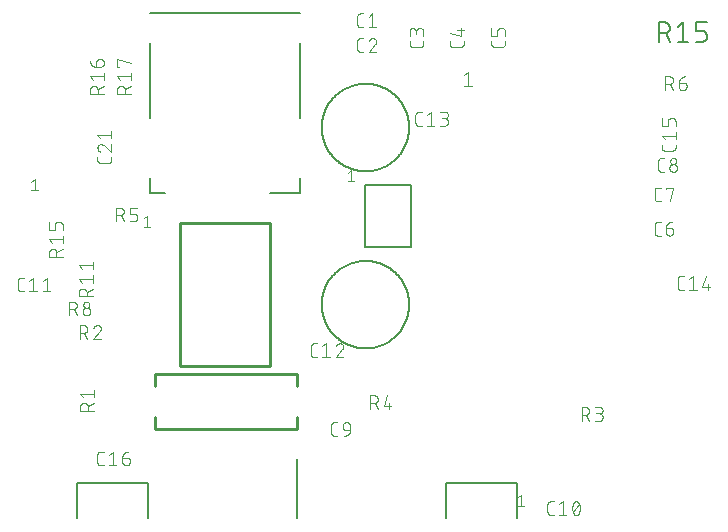
<source format=gbr>
G04 EAGLE Gerber RS-274X export*
G75*
%MOMM*%
%FSLAX34Y34*%
%LPD*%
%INSilkscreen Top*%
%IPPOS*%
%AMOC8*
5,1,8,0,0,1.08239X$1,22.5*%
G01*
%ADD10C,0.152400*%
%ADD11C,0.101600*%
%ADD12C,0.076200*%
%ADD13C,0.127000*%
%ADD14C,0.254000*%


D10*
X364000Y0D02*
X364000Y50000D01*
X178000Y30000D02*
X178000Y0D01*
X178000Y30000D02*
X238000Y30000D01*
X238000Y0D01*
X490000Y0D02*
X490000Y30000D01*
X550000Y30000D01*
X550000Y0D01*
X385000Y331000D02*
X385011Y331908D01*
X385045Y332816D01*
X385100Y333722D01*
X385178Y334627D01*
X385278Y335529D01*
X385400Y336429D01*
X385545Y337326D01*
X385711Y338218D01*
X385899Y339107D01*
X386109Y339990D01*
X386340Y340868D01*
X386593Y341741D01*
X386867Y342606D01*
X387163Y343465D01*
X387479Y344316D01*
X387816Y345159D01*
X388174Y345994D01*
X388552Y346820D01*
X388951Y347636D01*
X389369Y348442D01*
X389807Y349237D01*
X390264Y350022D01*
X390740Y350795D01*
X391236Y351556D01*
X391749Y352305D01*
X392281Y353041D01*
X392831Y353764D01*
X393399Y354473D01*
X393983Y355167D01*
X394585Y355848D01*
X395203Y356513D01*
X395837Y357163D01*
X396487Y357797D01*
X397152Y358415D01*
X397833Y359017D01*
X398527Y359601D01*
X399236Y360169D01*
X399959Y360719D01*
X400695Y361251D01*
X401444Y361764D01*
X402205Y362260D01*
X402978Y362736D01*
X403763Y363193D01*
X404558Y363631D01*
X405364Y364049D01*
X406180Y364448D01*
X407006Y364826D01*
X407841Y365184D01*
X408684Y365521D01*
X409535Y365837D01*
X410394Y366133D01*
X411259Y366407D01*
X412132Y366660D01*
X413010Y366891D01*
X413893Y367101D01*
X414782Y367289D01*
X415674Y367455D01*
X416571Y367600D01*
X417471Y367722D01*
X418373Y367822D01*
X419278Y367900D01*
X420184Y367955D01*
X421092Y367989D01*
X422000Y368000D01*
X422908Y367989D01*
X423816Y367955D01*
X424722Y367900D01*
X425627Y367822D01*
X426529Y367722D01*
X427429Y367600D01*
X428326Y367455D01*
X429218Y367289D01*
X430107Y367101D01*
X430990Y366891D01*
X431868Y366660D01*
X432741Y366407D01*
X433606Y366133D01*
X434465Y365837D01*
X435316Y365521D01*
X436159Y365184D01*
X436994Y364826D01*
X437820Y364448D01*
X438636Y364049D01*
X439442Y363631D01*
X440237Y363193D01*
X441022Y362736D01*
X441795Y362260D01*
X442556Y361764D01*
X443305Y361251D01*
X444041Y360719D01*
X444764Y360169D01*
X445473Y359601D01*
X446167Y359017D01*
X446848Y358415D01*
X447513Y357797D01*
X448163Y357163D01*
X448797Y356513D01*
X449415Y355848D01*
X450017Y355167D01*
X450601Y354473D01*
X451169Y353764D01*
X451719Y353041D01*
X452251Y352305D01*
X452764Y351556D01*
X453260Y350795D01*
X453736Y350022D01*
X454193Y349237D01*
X454631Y348442D01*
X455049Y347636D01*
X455448Y346820D01*
X455826Y345994D01*
X456184Y345159D01*
X456521Y344316D01*
X456837Y343465D01*
X457133Y342606D01*
X457407Y341741D01*
X457660Y340868D01*
X457891Y339990D01*
X458101Y339107D01*
X458289Y338218D01*
X458455Y337326D01*
X458600Y336429D01*
X458722Y335529D01*
X458822Y334627D01*
X458900Y333722D01*
X458955Y332816D01*
X458989Y331908D01*
X459000Y331000D01*
X458989Y330092D01*
X458955Y329184D01*
X458900Y328278D01*
X458822Y327373D01*
X458722Y326471D01*
X458600Y325571D01*
X458455Y324674D01*
X458289Y323782D01*
X458101Y322893D01*
X457891Y322010D01*
X457660Y321132D01*
X457407Y320259D01*
X457133Y319394D01*
X456837Y318535D01*
X456521Y317684D01*
X456184Y316841D01*
X455826Y316006D01*
X455448Y315180D01*
X455049Y314364D01*
X454631Y313558D01*
X454193Y312763D01*
X453736Y311978D01*
X453260Y311205D01*
X452764Y310444D01*
X452251Y309695D01*
X451719Y308959D01*
X451169Y308236D01*
X450601Y307527D01*
X450017Y306833D01*
X449415Y306152D01*
X448797Y305487D01*
X448163Y304837D01*
X447513Y304203D01*
X446848Y303585D01*
X446167Y302983D01*
X445473Y302399D01*
X444764Y301831D01*
X444041Y301281D01*
X443305Y300749D01*
X442556Y300236D01*
X441795Y299740D01*
X441022Y299264D01*
X440237Y298807D01*
X439442Y298369D01*
X438636Y297951D01*
X437820Y297552D01*
X436994Y297174D01*
X436159Y296816D01*
X435316Y296479D01*
X434465Y296163D01*
X433606Y295867D01*
X432741Y295593D01*
X431868Y295340D01*
X430990Y295109D01*
X430107Y294899D01*
X429218Y294711D01*
X428326Y294545D01*
X427429Y294400D01*
X426529Y294278D01*
X425627Y294178D01*
X424722Y294100D01*
X423816Y294045D01*
X422908Y294011D01*
X422000Y294000D01*
X421092Y294011D01*
X420184Y294045D01*
X419278Y294100D01*
X418373Y294178D01*
X417471Y294278D01*
X416571Y294400D01*
X415674Y294545D01*
X414782Y294711D01*
X413893Y294899D01*
X413010Y295109D01*
X412132Y295340D01*
X411259Y295593D01*
X410394Y295867D01*
X409535Y296163D01*
X408684Y296479D01*
X407841Y296816D01*
X407006Y297174D01*
X406180Y297552D01*
X405364Y297951D01*
X404558Y298369D01*
X403763Y298807D01*
X402978Y299264D01*
X402205Y299740D01*
X401444Y300236D01*
X400695Y300749D01*
X399959Y301281D01*
X399236Y301831D01*
X398527Y302399D01*
X397833Y302983D01*
X397152Y303585D01*
X396487Y304203D01*
X395837Y304837D01*
X395203Y305487D01*
X394585Y306152D01*
X393983Y306833D01*
X393399Y307527D01*
X392831Y308236D01*
X392281Y308959D01*
X391749Y309695D01*
X391236Y310444D01*
X390740Y311205D01*
X390264Y311978D01*
X389807Y312763D01*
X389369Y313558D01*
X388951Y314364D01*
X388552Y315180D01*
X388174Y316006D01*
X387816Y316841D01*
X387479Y317684D01*
X387163Y318535D01*
X386867Y319394D01*
X386593Y320259D01*
X386340Y321132D01*
X386109Y322010D01*
X385899Y322893D01*
X385711Y323782D01*
X385545Y324674D01*
X385400Y325571D01*
X385278Y326471D01*
X385178Y327373D01*
X385100Y328278D01*
X385045Y329184D01*
X385011Y330092D01*
X385000Y331000D01*
X385000Y181000D02*
X385011Y181908D01*
X385045Y182816D01*
X385100Y183722D01*
X385178Y184627D01*
X385278Y185529D01*
X385400Y186429D01*
X385545Y187326D01*
X385711Y188218D01*
X385899Y189107D01*
X386109Y189990D01*
X386340Y190868D01*
X386593Y191741D01*
X386867Y192606D01*
X387163Y193465D01*
X387479Y194316D01*
X387816Y195159D01*
X388174Y195994D01*
X388552Y196820D01*
X388951Y197636D01*
X389369Y198442D01*
X389807Y199237D01*
X390264Y200022D01*
X390740Y200795D01*
X391236Y201556D01*
X391749Y202305D01*
X392281Y203041D01*
X392831Y203764D01*
X393399Y204473D01*
X393983Y205167D01*
X394585Y205848D01*
X395203Y206513D01*
X395837Y207163D01*
X396487Y207797D01*
X397152Y208415D01*
X397833Y209017D01*
X398527Y209601D01*
X399236Y210169D01*
X399959Y210719D01*
X400695Y211251D01*
X401444Y211764D01*
X402205Y212260D01*
X402978Y212736D01*
X403763Y213193D01*
X404558Y213631D01*
X405364Y214049D01*
X406180Y214448D01*
X407006Y214826D01*
X407841Y215184D01*
X408684Y215521D01*
X409535Y215837D01*
X410394Y216133D01*
X411259Y216407D01*
X412132Y216660D01*
X413010Y216891D01*
X413893Y217101D01*
X414782Y217289D01*
X415674Y217455D01*
X416571Y217600D01*
X417471Y217722D01*
X418373Y217822D01*
X419278Y217900D01*
X420184Y217955D01*
X421092Y217989D01*
X422000Y218000D01*
X422908Y217989D01*
X423816Y217955D01*
X424722Y217900D01*
X425627Y217822D01*
X426529Y217722D01*
X427429Y217600D01*
X428326Y217455D01*
X429218Y217289D01*
X430107Y217101D01*
X430990Y216891D01*
X431868Y216660D01*
X432741Y216407D01*
X433606Y216133D01*
X434465Y215837D01*
X435316Y215521D01*
X436159Y215184D01*
X436994Y214826D01*
X437820Y214448D01*
X438636Y214049D01*
X439442Y213631D01*
X440237Y213193D01*
X441022Y212736D01*
X441795Y212260D01*
X442556Y211764D01*
X443305Y211251D01*
X444041Y210719D01*
X444764Y210169D01*
X445473Y209601D01*
X446167Y209017D01*
X446848Y208415D01*
X447513Y207797D01*
X448163Y207163D01*
X448797Y206513D01*
X449415Y205848D01*
X450017Y205167D01*
X450601Y204473D01*
X451169Y203764D01*
X451719Y203041D01*
X452251Y202305D01*
X452764Y201556D01*
X453260Y200795D01*
X453736Y200022D01*
X454193Y199237D01*
X454631Y198442D01*
X455049Y197636D01*
X455448Y196820D01*
X455826Y195994D01*
X456184Y195159D01*
X456521Y194316D01*
X456837Y193465D01*
X457133Y192606D01*
X457407Y191741D01*
X457660Y190868D01*
X457891Y189990D01*
X458101Y189107D01*
X458289Y188218D01*
X458455Y187326D01*
X458600Y186429D01*
X458722Y185529D01*
X458822Y184627D01*
X458900Y183722D01*
X458955Y182816D01*
X458989Y181908D01*
X459000Y181000D01*
X458989Y180092D01*
X458955Y179184D01*
X458900Y178278D01*
X458822Y177373D01*
X458722Y176471D01*
X458600Y175571D01*
X458455Y174674D01*
X458289Y173782D01*
X458101Y172893D01*
X457891Y172010D01*
X457660Y171132D01*
X457407Y170259D01*
X457133Y169394D01*
X456837Y168535D01*
X456521Y167684D01*
X456184Y166841D01*
X455826Y166006D01*
X455448Y165180D01*
X455049Y164364D01*
X454631Y163558D01*
X454193Y162763D01*
X453736Y161978D01*
X453260Y161205D01*
X452764Y160444D01*
X452251Y159695D01*
X451719Y158959D01*
X451169Y158236D01*
X450601Y157527D01*
X450017Y156833D01*
X449415Y156152D01*
X448797Y155487D01*
X448163Y154837D01*
X447513Y154203D01*
X446848Y153585D01*
X446167Y152983D01*
X445473Y152399D01*
X444764Y151831D01*
X444041Y151281D01*
X443305Y150749D01*
X442556Y150236D01*
X441795Y149740D01*
X441022Y149264D01*
X440237Y148807D01*
X439442Y148369D01*
X438636Y147951D01*
X437820Y147552D01*
X436994Y147174D01*
X436159Y146816D01*
X435316Y146479D01*
X434465Y146163D01*
X433606Y145867D01*
X432741Y145593D01*
X431868Y145340D01*
X430990Y145109D01*
X430107Y144899D01*
X429218Y144711D01*
X428326Y144545D01*
X427429Y144400D01*
X426529Y144278D01*
X425627Y144178D01*
X424722Y144100D01*
X423816Y144045D01*
X422908Y144011D01*
X422000Y144000D01*
X421092Y144011D01*
X420184Y144045D01*
X419278Y144100D01*
X418373Y144178D01*
X417471Y144278D01*
X416571Y144400D01*
X415674Y144545D01*
X414782Y144711D01*
X413893Y144899D01*
X413010Y145109D01*
X412132Y145340D01*
X411259Y145593D01*
X410394Y145867D01*
X409535Y146163D01*
X408684Y146479D01*
X407841Y146816D01*
X407006Y147174D01*
X406180Y147552D01*
X405364Y147951D01*
X404558Y148369D01*
X403763Y148807D01*
X402978Y149264D01*
X402205Y149740D01*
X401444Y150236D01*
X400695Y150749D01*
X399959Y151281D01*
X399236Y151831D01*
X398527Y152399D01*
X397833Y152983D01*
X397152Y153585D01*
X396487Y154203D01*
X395837Y154837D01*
X395203Y155487D01*
X394585Y156152D01*
X393983Y156833D01*
X393399Y157527D01*
X392831Y158236D01*
X392281Y158959D01*
X391749Y159695D01*
X391236Y160444D01*
X390740Y161205D01*
X390264Y161978D01*
X389807Y162763D01*
X389369Y163558D01*
X388951Y164364D01*
X388552Y165180D01*
X388174Y166006D01*
X387816Y166841D01*
X387479Y167684D01*
X387163Y168535D01*
X386867Y169394D01*
X386593Y170259D01*
X386340Y171132D01*
X386109Y172010D01*
X385899Y172893D01*
X385711Y173782D01*
X385545Y174674D01*
X385400Y175571D01*
X385278Y176471D01*
X385178Y177373D01*
X385100Y178278D01*
X385045Y179184D01*
X385011Y180092D01*
X385000Y181000D01*
X670762Y403762D02*
X670762Y420018D01*
X675278Y420018D01*
X675411Y420016D01*
X675543Y420010D01*
X675675Y420000D01*
X675807Y419987D01*
X675939Y419969D01*
X676069Y419948D01*
X676200Y419923D01*
X676329Y419894D01*
X676457Y419861D01*
X676585Y419825D01*
X676711Y419785D01*
X676836Y419741D01*
X676960Y419693D01*
X677082Y419642D01*
X677203Y419587D01*
X677322Y419529D01*
X677440Y419467D01*
X677555Y419402D01*
X677669Y419333D01*
X677780Y419262D01*
X677889Y419186D01*
X677996Y419108D01*
X678101Y419027D01*
X678203Y418942D01*
X678303Y418855D01*
X678400Y418765D01*
X678495Y418672D01*
X678586Y418576D01*
X678675Y418478D01*
X678761Y418377D01*
X678844Y418273D01*
X678924Y418167D01*
X679000Y418059D01*
X679074Y417949D01*
X679144Y417836D01*
X679211Y417722D01*
X679274Y417605D01*
X679334Y417487D01*
X679391Y417367D01*
X679444Y417245D01*
X679493Y417122D01*
X679539Y416998D01*
X679581Y416872D01*
X679619Y416745D01*
X679654Y416617D01*
X679685Y416488D01*
X679712Y416359D01*
X679735Y416228D01*
X679755Y416097D01*
X679770Y415965D01*
X679782Y415833D01*
X679790Y415701D01*
X679794Y415568D01*
X679794Y415436D01*
X679790Y415303D01*
X679782Y415171D01*
X679770Y415039D01*
X679755Y414907D01*
X679735Y414776D01*
X679712Y414645D01*
X679685Y414516D01*
X679654Y414387D01*
X679619Y414259D01*
X679581Y414132D01*
X679539Y414006D01*
X679493Y413882D01*
X679444Y413759D01*
X679391Y413637D01*
X679334Y413517D01*
X679274Y413399D01*
X679211Y413282D01*
X679144Y413168D01*
X679074Y413055D01*
X679000Y412945D01*
X678924Y412837D01*
X678844Y412731D01*
X678761Y412627D01*
X678675Y412526D01*
X678586Y412428D01*
X678495Y412332D01*
X678400Y412239D01*
X678303Y412149D01*
X678203Y412062D01*
X678101Y411977D01*
X677996Y411896D01*
X677889Y411818D01*
X677780Y411742D01*
X677669Y411671D01*
X677555Y411602D01*
X677440Y411537D01*
X677322Y411475D01*
X677203Y411417D01*
X677082Y411362D01*
X676960Y411311D01*
X676836Y411263D01*
X676711Y411219D01*
X676585Y411179D01*
X676457Y411143D01*
X676329Y411110D01*
X676200Y411081D01*
X676069Y411056D01*
X675939Y411035D01*
X675807Y411017D01*
X675675Y411004D01*
X675543Y410994D01*
X675411Y410988D01*
X675278Y410986D01*
X675278Y410987D02*
X670762Y410987D01*
X676181Y410987D02*
X679793Y403762D01*
X686302Y416406D02*
X690817Y420018D01*
X690817Y403762D01*
X686302Y403762D02*
X695333Y403762D01*
X701933Y403762D02*
X707352Y403762D01*
X707470Y403764D01*
X707588Y403770D01*
X707706Y403779D01*
X707823Y403793D01*
X707940Y403810D01*
X708057Y403831D01*
X708172Y403856D01*
X708287Y403885D01*
X708401Y403918D01*
X708513Y403954D01*
X708624Y403994D01*
X708734Y404037D01*
X708843Y404084D01*
X708950Y404134D01*
X709055Y404189D01*
X709158Y404246D01*
X709259Y404307D01*
X709359Y404371D01*
X709456Y404438D01*
X709551Y404508D01*
X709643Y404582D01*
X709734Y404658D01*
X709821Y404738D01*
X709906Y404820D01*
X709988Y404905D01*
X710068Y404992D01*
X710144Y405083D01*
X710218Y405175D01*
X710288Y405270D01*
X710355Y405367D01*
X710419Y405467D01*
X710480Y405568D01*
X710537Y405671D01*
X710592Y405776D01*
X710642Y405883D01*
X710689Y405992D01*
X710732Y406102D01*
X710772Y406213D01*
X710808Y406325D01*
X710841Y406439D01*
X710870Y406554D01*
X710895Y406669D01*
X710916Y406786D01*
X710933Y406903D01*
X710947Y407020D01*
X710956Y407138D01*
X710962Y407256D01*
X710964Y407374D01*
X710964Y409181D01*
X710962Y409299D01*
X710956Y409417D01*
X710947Y409535D01*
X710933Y409652D01*
X710916Y409769D01*
X710895Y409886D01*
X710870Y410001D01*
X710841Y410116D01*
X710808Y410230D01*
X710772Y410342D01*
X710732Y410453D01*
X710689Y410563D01*
X710642Y410672D01*
X710592Y410779D01*
X710537Y410884D01*
X710480Y410987D01*
X710419Y411088D01*
X710355Y411188D01*
X710288Y411285D01*
X710218Y411380D01*
X710144Y411472D01*
X710068Y411563D01*
X709988Y411650D01*
X709906Y411735D01*
X709821Y411817D01*
X709734Y411897D01*
X709643Y411973D01*
X709551Y412047D01*
X709456Y412117D01*
X709359Y412184D01*
X709259Y412248D01*
X709158Y412309D01*
X709055Y412366D01*
X708950Y412421D01*
X708843Y412471D01*
X708734Y412518D01*
X708624Y412561D01*
X708513Y412601D01*
X708401Y412637D01*
X708287Y412670D01*
X708172Y412699D01*
X708057Y412724D01*
X707940Y412745D01*
X707823Y412762D01*
X707706Y412776D01*
X707588Y412785D01*
X707470Y412791D01*
X707352Y412793D01*
X701933Y412793D01*
X701933Y420018D01*
X710964Y420018D01*
D11*
X420351Y415858D02*
X417754Y415858D01*
X417655Y415860D01*
X417555Y415866D01*
X417456Y415875D01*
X417358Y415888D01*
X417260Y415905D01*
X417162Y415926D01*
X417066Y415951D01*
X416971Y415979D01*
X416877Y416011D01*
X416784Y416046D01*
X416692Y416085D01*
X416602Y416128D01*
X416514Y416173D01*
X416427Y416223D01*
X416343Y416275D01*
X416260Y416331D01*
X416180Y416389D01*
X416102Y416451D01*
X416027Y416516D01*
X415954Y416584D01*
X415884Y416654D01*
X415816Y416727D01*
X415751Y416802D01*
X415689Y416880D01*
X415631Y416960D01*
X415575Y417043D01*
X415523Y417127D01*
X415473Y417214D01*
X415428Y417302D01*
X415385Y417392D01*
X415346Y417484D01*
X415311Y417577D01*
X415279Y417671D01*
X415251Y417766D01*
X415226Y417862D01*
X415205Y417960D01*
X415188Y418058D01*
X415175Y418156D01*
X415166Y418255D01*
X415160Y418355D01*
X415158Y418454D01*
X415158Y424946D01*
X415160Y425045D01*
X415166Y425145D01*
X415175Y425244D01*
X415188Y425342D01*
X415205Y425440D01*
X415226Y425538D01*
X415251Y425634D01*
X415279Y425729D01*
X415311Y425823D01*
X415346Y425916D01*
X415385Y426008D01*
X415428Y426098D01*
X415473Y426186D01*
X415523Y426273D01*
X415575Y426357D01*
X415631Y426440D01*
X415689Y426520D01*
X415751Y426598D01*
X415816Y426673D01*
X415884Y426746D01*
X415954Y426816D01*
X416027Y426884D01*
X416102Y426949D01*
X416180Y427011D01*
X416260Y427069D01*
X416343Y427125D01*
X416427Y427177D01*
X416514Y427227D01*
X416602Y427272D01*
X416692Y427315D01*
X416784Y427354D01*
X416876Y427389D01*
X416971Y427421D01*
X417066Y427449D01*
X417162Y427474D01*
X417260Y427495D01*
X417358Y427512D01*
X417456Y427525D01*
X417555Y427534D01*
X417655Y427540D01*
X417754Y427542D01*
X420351Y427542D01*
X424716Y424946D02*
X427962Y427542D01*
X427962Y415858D01*
X431207Y415858D02*
X424716Y415858D01*
X578759Y2758D02*
X581356Y2758D01*
X578759Y2758D02*
X578660Y2760D01*
X578560Y2766D01*
X578461Y2775D01*
X578363Y2788D01*
X578265Y2805D01*
X578167Y2826D01*
X578071Y2851D01*
X577976Y2879D01*
X577882Y2911D01*
X577789Y2946D01*
X577697Y2985D01*
X577607Y3028D01*
X577519Y3073D01*
X577432Y3123D01*
X577348Y3175D01*
X577265Y3231D01*
X577185Y3289D01*
X577107Y3351D01*
X577032Y3416D01*
X576959Y3484D01*
X576889Y3554D01*
X576821Y3627D01*
X576756Y3702D01*
X576694Y3780D01*
X576636Y3860D01*
X576580Y3943D01*
X576528Y4027D01*
X576478Y4114D01*
X576433Y4202D01*
X576390Y4292D01*
X576351Y4384D01*
X576316Y4477D01*
X576284Y4571D01*
X576256Y4666D01*
X576231Y4762D01*
X576210Y4860D01*
X576193Y4958D01*
X576180Y5056D01*
X576171Y5155D01*
X576165Y5255D01*
X576163Y5354D01*
X576163Y11846D01*
X576165Y11945D01*
X576171Y12045D01*
X576180Y12144D01*
X576193Y12242D01*
X576210Y12340D01*
X576231Y12438D01*
X576256Y12534D01*
X576284Y12629D01*
X576316Y12723D01*
X576351Y12816D01*
X576390Y12908D01*
X576433Y12998D01*
X576478Y13086D01*
X576528Y13173D01*
X576580Y13257D01*
X576636Y13340D01*
X576694Y13420D01*
X576756Y13498D01*
X576821Y13573D01*
X576889Y13646D01*
X576959Y13716D01*
X577032Y13784D01*
X577107Y13849D01*
X577185Y13911D01*
X577265Y13969D01*
X577348Y14025D01*
X577432Y14077D01*
X577519Y14127D01*
X577607Y14172D01*
X577697Y14215D01*
X577789Y14254D01*
X577881Y14289D01*
X577976Y14321D01*
X578071Y14349D01*
X578167Y14374D01*
X578265Y14395D01*
X578363Y14412D01*
X578461Y14425D01*
X578560Y14434D01*
X578660Y14440D01*
X578759Y14442D01*
X581356Y14442D01*
X585721Y11846D02*
X588966Y14442D01*
X588966Y2758D01*
X585721Y2758D02*
X592212Y2758D01*
X597151Y8600D02*
X597154Y8830D01*
X597162Y9060D01*
X597176Y9289D01*
X597195Y9518D01*
X597220Y9747D01*
X597250Y9974D01*
X597285Y10202D01*
X597326Y10428D01*
X597372Y10653D01*
X597424Y10877D01*
X597481Y11099D01*
X597543Y11321D01*
X597611Y11540D01*
X597684Y11758D01*
X597762Y11975D01*
X597845Y12189D01*
X597933Y12401D01*
X598026Y12611D01*
X598125Y12819D01*
X598124Y12819D02*
X598157Y12909D01*
X598193Y12998D01*
X598233Y13086D01*
X598277Y13171D01*
X598324Y13255D01*
X598374Y13337D01*
X598428Y13417D01*
X598484Y13494D01*
X598544Y13570D01*
X598607Y13643D01*
X598672Y13713D01*
X598741Y13781D01*
X598812Y13845D01*
X598885Y13907D01*
X598961Y13966D01*
X599039Y14022D01*
X599120Y14075D01*
X599202Y14124D01*
X599286Y14170D01*
X599373Y14213D01*
X599460Y14252D01*
X599550Y14288D01*
X599640Y14320D01*
X599732Y14348D01*
X599825Y14373D01*
X599919Y14394D01*
X600013Y14411D01*
X600108Y14425D01*
X600204Y14434D01*
X600300Y14440D01*
X600396Y14442D01*
X600492Y14440D01*
X600588Y14434D01*
X600684Y14425D01*
X600779Y14411D01*
X600873Y14394D01*
X600967Y14373D01*
X601060Y14348D01*
X601152Y14320D01*
X601242Y14288D01*
X601332Y14252D01*
X601419Y14213D01*
X601506Y14170D01*
X601590Y14124D01*
X601672Y14075D01*
X601753Y14022D01*
X601831Y13966D01*
X601907Y13907D01*
X601980Y13845D01*
X602051Y13781D01*
X602120Y13713D01*
X602185Y13643D01*
X602248Y13570D01*
X602308Y13494D01*
X602364Y13417D01*
X602418Y13337D01*
X602468Y13255D01*
X602515Y13171D01*
X602559Y13086D01*
X602599Y12998D01*
X602635Y12909D01*
X602668Y12819D01*
X602669Y12819D02*
X602768Y12612D01*
X602861Y12402D01*
X602949Y12189D01*
X603032Y11975D01*
X603110Y11759D01*
X603183Y11541D01*
X603251Y11321D01*
X603313Y11100D01*
X603370Y10877D01*
X603422Y10653D01*
X603468Y10428D01*
X603509Y10202D01*
X603544Y9975D01*
X603574Y9747D01*
X603599Y9518D01*
X603618Y9289D01*
X603632Y9060D01*
X603640Y8830D01*
X603643Y8600D01*
X597151Y8600D02*
X597154Y8370D01*
X597162Y8140D01*
X597176Y7911D01*
X597195Y7682D01*
X597220Y7453D01*
X597250Y7225D01*
X597285Y6998D01*
X597326Y6772D01*
X597372Y6547D01*
X597424Y6323D01*
X597481Y6100D01*
X597543Y5879D01*
X597611Y5659D01*
X597684Y5441D01*
X597762Y5225D01*
X597845Y5011D01*
X597933Y4799D01*
X598026Y4588D01*
X598125Y4381D01*
X598124Y4381D02*
X598157Y4291D01*
X598193Y4202D01*
X598234Y4114D01*
X598277Y4029D01*
X598324Y3945D01*
X598374Y3863D01*
X598428Y3783D01*
X598484Y3706D01*
X598544Y3630D01*
X598607Y3557D01*
X598672Y3487D01*
X598741Y3419D01*
X598812Y3355D01*
X598885Y3293D01*
X598961Y3234D01*
X599039Y3178D01*
X599120Y3125D01*
X599202Y3076D01*
X599286Y3030D01*
X599373Y2987D01*
X599460Y2948D01*
X599550Y2912D01*
X599640Y2880D01*
X599732Y2852D01*
X599825Y2827D01*
X599919Y2806D01*
X600013Y2789D01*
X600108Y2775D01*
X600204Y2766D01*
X600300Y2760D01*
X600396Y2758D01*
X602668Y4381D02*
X602767Y4588D01*
X602860Y4799D01*
X602948Y5011D01*
X603031Y5225D01*
X603109Y5441D01*
X603182Y5659D01*
X603250Y5879D01*
X603312Y6100D01*
X603369Y6323D01*
X603421Y6547D01*
X603467Y6772D01*
X603508Y6998D01*
X603543Y7225D01*
X603573Y7453D01*
X603598Y7682D01*
X603617Y7911D01*
X603631Y8140D01*
X603639Y8370D01*
X603642Y8600D01*
X602668Y4381D02*
X602635Y4291D01*
X602599Y4202D01*
X602559Y4114D01*
X602515Y4029D01*
X602468Y3945D01*
X602418Y3863D01*
X602364Y3783D01*
X602308Y3706D01*
X602248Y3630D01*
X602185Y3557D01*
X602120Y3487D01*
X602051Y3419D01*
X601980Y3355D01*
X601907Y3293D01*
X601831Y3234D01*
X601753Y3178D01*
X601672Y3125D01*
X601590Y3076D01*
X601506Y3030D01*
X601419Y2987D01*
X601332Y2948D01*
X601242Y2912D01*
X601152Y2880D01*
X601060Y2852D01*
X600967Y2827D01*
X600873Y2806D01*
X600779Y2789D01*
X600684Y2775D01*
X600588Y2766D01*
X600492Y2760D01*
X600396Y2758D01*
X597800Y5354D02*
X602993Y11846D01*
X133001Y192208D02*
X130404Y192208D01*
X130305Y192210D01*
X130205Y192216D01*
X130106Y192225D01*
X130008Y192238D01*
X129910Y192255D01*
X129812Y192276D01*
X129716Y192301D01*
X129621Y192329D01*
X129527Y192361D01*
X129434Y192396D01*
X129342Y192435D01*
X129252Y192478D01*
X129164Y192523D01*
X129077Y192573D01*
X128993Y192625D01*
X128910Y192681D01*
X128830Y192739D01*
X128752Y192801D01*
X128677Y192866D01*
X128604Y192934D01*
X128534Y193004D01*
X128466Y193077D01*
X128401Y193152D01*
X128339Y193230D01*
X128281Y193310D01*
X128225Y193393D01*
X128173Y193477D01*
X128123Y193564D01*
X128078Y193652D01*
X128035Y193742D01*
X127996Y193834D01*
X127961Y193927D01*
X127929Y194021D01*
X127901Y194116D01*
X127876Y194212D01*
X127855Y194310D01*
X127838Y194408D01*
X127825Y194506D01*
X127816Y194605D01*
X127810Y194705D01*
X127808Y194804D01*
X127808Y201296D01*
X127810Y201395D01*
X127816Y201495D01*
X127825Y201594D01*
X127838Y201692D01*
X127855Y201790D01*
X127876Y201888D01*
X127901Y201984D01*
X127929Y202079D01*
X127961Y202173D01*
X127996Y202266D01*
X128035Y202358D01*
X128078Y202448D01*
X128123Y202536D01*
X128173Y202623D01*
X128225Y202707D01*
X128281Y202790D01*
X128339Y202870D01*
X128401Y202948D01*
X128466Y203023D01*
X128534Y203096D01*
X128604Y203166D01*
X128677Y203234D01*
X128752Y203299D01*
X128830Y203361D01*
X128910Y203419D01*
X128993Y203475D01*
X129077Y203527D01*
X129164Y203577D01*
X129252Y203622D01*
X129342Y203665D01*
X129434Y203704D01*
X129526Y203739D01*
X129621Y203771D01*
X129716Y203799D01*
X129812Y203824D01*
X129910Y203845D01*
X130008Y203862D01*
X130106Y203875D01*
X130205Y203884D01*
X130305Y203890D01*
X130404Y203892D01*
X133001Y203892D01*
X137366Y201296D02*
X140612Y203892D01*
X140612Y192208D01*
X143857Y192208D02*
X137366Y192208D01*
X148796Y201296D02*
X152042Y203892D01*
X152042Y192208D01*
X155287Y192208D02*
X148796Y192208D01*
X378454Y136558D02*
X381051Y136558D01*
X378454Y136558D02*
X378355Y136560D01*
X378255Y136566D01*
X378156Y136575D01*
X378058Y136588D01*
X377960Y136605D01*
X377862Y136626D01*
X377766Y136651D01*
X377671Y136679D01*
X377577Y136711D01*
X377484Y136746D01*
X377392Y136785D01*
X377302Y136828D01*
X377214Y136873D01*
X377127Y136923D01*
X377043Y136975D01*
X376960Y137031D01*
X376880Y137089D01*
X376802Y137151D01*
X376727Y137216D01*
X376654Y137284D01*
X376584Y137354D01*
X376516Y137427D01*
X376451Y137502D01*
X376389Y137580D01*
X376331Y137660D01*
X376275Y137743D01*
X376223Y137827D01*
X376173Y137914D01*
X376128Y138002D01*
X376085Y138092D01*
X376046Y138184D01*
X376011Y138277D01*
X375979Y138371D01*
X375951Y138466D01*
X375926Y138562D01*
X375905Y138660D01*
X375888Y138758D01*
X375875Y138856D01*
X375866Y138955D01*
X375860Y139055D01*
X375858Y139154D01*
X375858Y145646D01*
X375860Y145745D01*
X375866Y145845D01*
X375875Y145944D01*
X375888Y146042D01*
X375905Y146140D01*
X375926Y146238D01*
X375951Y146334D01*
X375979Y146429D01*
X376011Y146523D01*
X376046Y146616D01*
X376085Y146708D01*
X376128Y146798D01*
X376173Y146886D01*
X376223Y146973D01*
X376275Y147057D01*
X376331Y147140D01*
X376389Y147220D01*
X376451Y147298D01*
X376516Y147373D01*
X376584Y147446D01*
X376654Y147516D01*
X376727Y147584D01*
X376802Y147649D01*
X376880Y147711D01*
X376960Y147769D01*
X377043Y147825D01*
X377127Y147877D01*
X377214Y147927D01*
X377302Y147972D01*
X377392Y148015D01*
X377484Y148054D01*
X377576Y148089D01*
X377671Y148121D01*
X377766Y148149D01*
X377862Y148174D01*
X377960Y148195D01*
X378058Y148212D01*
X378156Y148225D01*
X378255Y148234D01*
X378355Y148240D01*
X378454Y148242D01*
X381051Y148242D01*
X385416Y145646D02*
X388662Y148242D01*
X388662Y136558D01*
X391907Y136558D02*
X385416Y136558D01*
X400416Y148242D02*
X400523Y148240D01*
X400629Y148234D01*
X400735Y148224D01*
X400841Y148211D01*
X400947Y148193D01*
X401051Y148172D01*
X401155Y148147D01*
X401258Y148118D01*
X401359Y148086D01*
X401459Y148049D01*
X401558Y148009D01*
X401656Y147966D01*
X401752Y147919D01*
X401846Y147868D01*
X401938Y147814D01*
X402028Y147757D01*
X402116Y147697D01*
X402201Y147633D01*
X402284Y147566D01*
X402365Y147496D01*
X402443Y147424D01*
X402519Y147348D01*
X402591Y147270D01*
X402661Y147189D01*
X402728Y147106D01*
X402792Y147021D01*
X402852Y146933D01*
X402909Y146843D01*
X402963Y146751D01*
X403014Y146657D01*
X403061Y146561D01*
X403104Y146463D01*
X403144Y146364D01*
X403181Y146264D01*
X403213Y146163D01*
X403242Y146060D01*
X403267Y145956D01*
X403288Y145852D01*
X403306Y145746D01*
X403319Y145640D01*
X403329Y145534D01*
X403335Y145428D01*
X403337Y145321D01*
X400416Y148242D02*
X400295Y148240D01*
X400174Y148234D01*
X400054Y148224D01*
X399933Y148211D01*
X399814Y148193D01*
X399694Y148172D01*
X399576Y148147D01*
X399459Y148118D01*
X399342Y148085D01*
X399227Y148049D01*
X399113Y148008D01*
X399000Y147965D01*
X398888Y147917D01*
X398779Y147866D01*
X398671Y147811D01*
X398564Y147753D01*
X398460Y147692D01*
X398358Y147627D01*
X398258Y147559D01*
X398160Y147488D01*
X398064Y147414D01*
X397971Y147337D01*
X397881Y147256D01*
X397793Y147173D01*
X397708Y147087D01*
X397625Y146998D01*
X397546Y146907D01*
X397469Y146813D01*
X397396Y146717D01*
X397326Y146619D01*
X397259Y146518D01*
X397195Y146415D01*
X397135Y146310D01*
X397078Y146203D01*
X397024Y146095D01*
X396974Y145985D01*
X396928Y145873D01*
X396885Y145760D01*
X396846Y145645D01*
X402364Y143049D02*
X402443Y143126D01*
X402519Y143207D01*
X402592Y143290D01*
X402662Y143375D01*
X402729Y143463D01*
X402793Y143553D01*
X402853Y143645D01*
X402910Y143740D01*
X402964Y143836D01*
X403015Y143934D01*
X403062Y144034D01*
X403106Y144136D01*
X403146Y144239D01*
X403182Y144343D01*
X403214Y144449D01*
X403243Y144555D01*
X403268Y144663D01*
X403290Y144771D01*
X403307Y144881D01*
X403321Y144990D01*
X403330Y145100D01*
X403336Y145211D01*
X403338Y145321D01*
X402364Y143049D02*
X396846Y136558D01*
X403337Y136558D01*
X417754Y394858D02*
X420351Y394858D01*
X417754Y394858D02*
X417655Y394860D01*
X417555Y394866D01*
X417456Y394875D01*
X417358Y394888D01*
X417260Y394905D01*
X417162Y394926D01*
X417066Y394951D01*
X416971Y394979D01*
X416877Y395011D01*
X416784Y395046D01*
X416692Y395085D01*
X416602Y395128D01*
X416514Y395173D01*
X416427Y395223D01*
X416343Y395275D01*
X416260Y395331D01*
X416180Y395389D01*
X416102Y395451D01*
X416027Y395516D01*
X415954Y395584D01*
X415884Y395654D01*
X415816Y395727D01*
X415751Y395802D01*
X415689Y395880D01*
X415631Y395960D01*
X415575Y396043D01*
X415523Y396127D01*
X415473Y396214D01*
X415428Y396302D01*
X415385Y396392D01*
X415346Y396484D01*
X415311Y396577D01*
X415279Y396671D01*
X415251Y396766D01*
X415226Y396862D01*
X415205Y396960D01*
X415188Y397058D01*
X415175Y397156D01*
X415166Y397255D01*
X415160Y397355D01*
X415158Y397454D01*
X415158Y403946D01*
X415160Y404045D01*
X415166Y404145D01*
X415175Y404244D01*
X415188Y404342D01*
X415205Y404440D01*
X415226Y404538D01*
X415251Y404634D01*
X415279Y404729D01*
X415311Y404823D01*
X415346Y404916D01*
X415385Y405008D01*
X415428Y405098D01*
X415473Y405186D01*
X415523Y405273D01*
X415575Y405357D01*
X415631Y405440D01*
X415689Y405520D01*
X415751Y405598D01*
X415816Y405673D01*
X415884Y405746D01*
X415954Y405816D01*
X416027Y405884D01*
X416102Y405949D01*
X416180Y406011D01*
X416260Y406069D01*
X416343Y406125D01*
X416427Y406177D01*
X416514Y406227D01*
X416602Y406272D01*
X416692Y406315D01*
X416784Y406354D01*
X416876Y406389D01*
X416971Y406421D01*
X417066Y406449D01*
X417162Y406474D01*
X417260Y406495D01*
X417358Y406512D01*
X417456Y406525D01*
X417555Y406534D01*
X417655Y406540D01*
X417754Y406542D01*
X420351Y406542D01*
X428286Y406542D02*
X428393Y406540D01*
X428499Y406534D01*
X428605Y406524D01*
X428711Y406511D01*
X428817Y406493D01*
X428921Y406472D01*
X429025Y406447D01*
X429128Y406418D01*
X429229Y406386D01*
X429329Y406349D01*
X429428Y406309D01*
X429526Y406266D01*
X429622Y406219D01*
X429716Y406168D01*
X429808Y406114D01*
X429898Y406057D01*
X429986Y405997D01*
X430071Y405933D01*
X430154Y405866D01*
X430235Y405796D01*
X430313Y405724D01*
X430389Y405648D01*
X430461Y405570D01*
X430531Y405489D01*
X430598Y405406D01*
X430662Y405321D01*
X430722Y405233D01*
X430779Y405143D01*
X430833Y405051D01*
X430884Y404957D01*
X430931Y404861D01*
X430974Y404763D01*
X431014Y404664D01*
X431051Y404564D01*
X431083Y404463D01*
X431112Y404360D01*
X431137Y404256D01*
X431158Y404152D01*
X431176Y404046D01*
X431189Y403940D01*
X431199Y403834D01*
X431205Y403728D01*
X431207Y403621D01*
X428286Y406542D02*
X428165Y406540D01*
X428044Y406534D01*
X427924Y406524D01*
X427803Y406511D01*
X427684Y406493D01*
X427564Y406472D01*
X427446Y406447D01*
X427329Y406418D01*
X427212Y406385D01*
X427097Y406349D01*
X426983Y406308D01*
X426870Y406265D01*
X426758Y406217D01*
X426649Y406166D01*
X426541Y406111D01*
X426434Y406053D01*
X426330Y405992D01*
X426228Y405927D01*
X426128Y405859D01*
X426030Y405788D01*
X425934Y405714D01*
X425841Y405637D01*
X425751Y405556D01*
X425663Y405473D01*
X425578Y405387D01*
X425495Y405298D01*
X425416Y405207D01*
X425339Y405113D01*
X425266Y405017D01*
X425196Y404919D01*
X425129Y404818D01*
X425065Y404715D01*
X425005Y404610D01*
X424948Y404503D01*
X424894Y404395D01*
X424844Y404285D01*
X424798Y404173D01*
X424755Y404060D01*
X424716Y403945D01*
X430234Y401349D02*
X430313Y401426D01*
X430389Y401507D01*
X430462Y401590D01*
X430532Y401675D01*
X430599Y401763D01*
X430663Y401853D01*
X430723Y401945D01*
X430780Y402040D01*
X430834Y402136D01*
X430885Y402234D01*
X430932Y402334D01*
X430976Y402436D01*
X431016Y402539D01*
X431052Y402643D01*
X431084Y402749D01*
X431113Y402855D01*
X431138Y402963D01*
X431160Y403071D01*
X431177Y403181D01*
X431191Y403290D01*
X431200Y403400D01*
X431206Y403511D01*
X431208Y403621D01*
X430234Y401349D02*
X424716Y394858D01*
X431207Y394858D01*
X206792Y306001D02*
X206792Y303404D01*
X206790Y303305D01*
X206784Y303205D01*
X206775Y303106D01*
X206762Y303008D01*
X206745Y302910D01*
X206724Y302812D01*
X206699Y302716D01*
X206671Y302621D01*
X206639Y302527D01*
X206604Y302434D01*
X206565Y302342D01*
X206522Y302252D01*
X206477Y302164D01*
X206427Y302077D01*
X206375Y301993D01*
X206319Y301910D01*
X206261Y301830D01*
X206199Y301752D01*
X206134Y301677D01*
X206066Y301604D01*
X205996Y301534D01*
X205923Y301466D01*
X205848Y301401D01*
X205770Y301339D01*
X205690Y301281D01*
X205607Y301225D01*
X205523Y301173D01*
X205436Y301123D01*
X205348Y301078D01*
X205258Y301035D01*
X205166Y300996D01*
X205073Y300961D01*
X204979Y300929D01*
X204884Y300901D01*
X204788Y300876D01*
X204690Y300855D01*
X204592Y300838D01*
X204494Y300825D01*
X204395Y300816D01*
X204295Y300810D01*
X204196Y300808D01*
X197704Y300808D01*
X197605Y300810D01*
X197505Y300816D01*
X197406Y300825D01*
X197308Y300838D01*
X197210Y300856D01*
X197112Y300876D01*
X197016Y300901D01*
X196920Y300929D01*
X196826Y300961D01*
X196733Y300996D01*
X196642Y301035D01*
X196552Y301078D01*
X196463Y301123D01*
X196377Y301173D01*
X196292Y301225D01*
X196210Y301281D01*
X196130Y301340D01*
X196052Y301401D01*
X195976Y301466D01*
X195903Y301534D01*
X195833Y301604D01*
X195765Y301677D01*
X195700Y301753D01*
X195639Y301831D01*
X195580Y301911D01*
X195524Y301993D01*
X195472Y302078D01*
X195423Y302164D01*
X195377Y302253D01*
X195334Y302343D01*
X195295Y302434D01*
X195260Y302527D01*
X195228Y302621D01*
X195200Y302717D01*
X195175Y302813D01*
X195155Y302911D01*
X195137Y303009D01*
X195124Y303107D01*
X195115Y303206D01*
X195109Y303305D01*
X195107Y303405D01*
X195108Y303404D02*
X195108Y306001D01*
X195108Y313936D02*
X195110Y314043D01*
X195116Y314149D01*
X195126Y314255D01*
X195139Y314361D01*
X195157Y314467D01*
X195178Y314571D01*
X195203Y314675D01*
X195232Y314778D01*
X195264Y314879D01*
X195301Y314979D01*
X195341Y315078D01*
X195384Y315176D01*
X195431Y315272D01*
X195482Y315366D01*
X195536Y315458D01*
X195593Y315548D01*
X195653Y315636D01*
X195717Y315721D01*
X195784Y315804D01*
X195854Y315885D01*
X195926Y315963D01*
X196002Y316039D01*
X196080Y316111D01*
X196161Y316181D01*
X196244Y316248D01*
X196329Y316312D01*
X196417Y316372D01*
X196507Y316429D01*
X196599Y316483D01*
X196693Y316534D01*
X196789Y316581D01*
X196887Y316624D01*
X196986Y316664D01*
X197086Y316701D01*
X197187Y316733D01*
X197290Y316762D01*
X197394Y316787D01*
X197498Y316808D01*
X197604Y316826D01*
X197710Y316839D01*
X197816Y316849D01*
X197922Y316855D01*
X198029Y316857D01*
X195108Y313936D02*
X195110Y313815D01*
X195116Y313694D01*
X195126Y313574D01*
X195139Y313453D01*
X195157Y313334D01*
X195178Y313214D01*
X195203Y313096D01*
X195232Y312979D01*
X195265Y312862D01*
X195301Y312747D01*
X195342Y312633D01*
X195385Y312520D01*
X195433Y312408D01*
X195484Y312299D01*
X195539Y312191D01*
X195597Y312084D01*
X195658Y311980D01*
X195723Y311878D01*
X195791Y311778D01*
X195862Y311680D01*
X195936Y311584D01*
X196013Y311491D01*
X196094Y311401D01*
X196177Y311313D01*
X196263Y311228D01*
X196352Y311145D01*
X196443Y311066D01*
X196537Y310989D01*
X196633Y310916D01*
X196731Y310846D01*
X196832Y310779D01*
X196935Y310715D01*
X197040Y310655D01*
X197147Y310597D01*
X197255Y310544D01*
X197365Y310494D01*
X197477Y310448D01*
X197590Y310405D01*
X197705Y310366D01*
X200301Y315883D02*
X200223Y315962D01*
X200143Y316038D01*
X200060Y316111D01*
X199974Y316181D01*
X199887Y316248D01*
X199796Y316312D01*
X199704Y316372D01*
X199610Y316430D01*
X199513Y316484D01*
X199415Y316534D01*
X199315Y316581D01*
X199214Y316625D01*
X199111Y316665D01*
X199006Y316701D01*
X198901Y316733D01*
X198794Y316762D01*
X198687Y316787D01*
X198578Y316809D01*
X198469Y316826D01*
X198360Y316840D01*
X198250Y316849D01*
X198139Y316855D01*
X198029Y316857D01*
X200301Y315884D02*
X206792Y310366D01*
X206792Y316857D01*
X197704Y321796D02*
X195108Y325042D01*
X206792Y325042D01*
X206792Y328287D02*
X206792Y321796D01*
X471142Y401754D02*
X471142Y404351D01*
X471142Y401754D02*
X471140Y401655D01*
X471134Y401555D01*
X471125Y401456D01*
X471112Y401358D01*
X471095Y401260D01*
X471074Y401162D01*
X471049Y401066D01*
X471021Y400971D01*
X470989Y400877D01*
X470954Y400784D01*
X470915Y400692D01*
X470872Y400602D01*
X470827Y400514D01*
X470777Y400427D01*
X470725Y400343D01*
X470669Y400260D01*
X470611Y400180D01*
X470549Y400102D01*
X470484Y400027D01*
X470416Y399954D01*
X470346Y399884D01*
X470273Y399816D01*
X470198Y399751D01*
X470120Y399689D01*
X470040Y399631D01*
X469957Y399575D01*
X469873Y399523D01*
X469786Y399473D01*
X469698Y399428D01*
X469608Y399385D01*
X469516Y399346D01*
X469423Y399311D01*
X469329Y399279D01*
X469234Y399251D01*
X469138Y399226D01*
X469040Y399205D01*
X468942Y399188D01*
X468844Y399175D01*
X468745Y399166D01*
X468645Y399160D01*
X468546Y399158D01*
X462054Y399158D01*
X461955Y399160D01*
X461855Y399166D01*
X461756Y399175D01*
X461658Y399188D01*
X461560Y399206D01*
X461462Y399226D01*
X461366Y399251D01*
X461270Y399279D01*
X461176Y399311D01*
X461083Y399346D01*
X460992Y399385D01*
X460902Y399428D01*
X460813Y399473D01*
X460727Y399523D01*
X460642Y399575D01*
X460560Y399631D01*
X460480Y399690D01*
X460402Y399751D01*
X460326Y399816D01*
X460253Y399884D01*
X460183Y399954D01*
X460115Y400027D01*
X460050Y400103D01*
X459989Y400181D01*
X459930Y400261D01*
X459874Y400343D01*
X459822Y400428D01*
X459773Y400514D01*
X459727Y400603D01*
X459684Y400693D01*
X459645Y400784D01*
X459610Y400877D01*
X459578Y400971D01*
X459550Y401067D01*
X459525Y401163D01*
X459505Y401261D01*
X459487Y401359D01*
X459474Y401457D01*
X459465Y401556D01*
X459459Y401655D01*
X459457Y401755D01*
X459458Y401754D02*
X459458Y404351D01*
X471142Y408716D02*
X471142Y411962D01*
X471140Y412075D01*
X471134Y412188D01*
X471124Y412301D01*
X471110Y412414D01*
X471093Y412526D01*
X471071Y412637D01*
X471046Y412747D01*
X471016Y412857D01*
X470983Y412965D01*
X470946Y413072D01*
X470906Y413178D01*
X470861Y413282D01*
X470813Y413385D01*
X470762Y413486D01*
X470707Y413585D01*
X470649Y413682D01*
X470587Y413777D01*
X470522Y413870D01*
X470454Y413960D01*
X470383Y414048D01*
X470308Y414134D01*
X470231Y414217D01*
X470151Y414297D01*
X470068Y414374D01*
X469982Y414449D01*
X469894Y414520D01*
X469804Y414588D01*
X469711Y414653D01*
X469616Y414715D01*
X469519Y414773D01*
X469420Y414828D01*
X469319Y414879D01*
X469216Y414927D01*
X469112Y414972D01*
X469006Y415012D01*
X468899Y415049D01*
X468791Y415082D01*
X468681Y415112D01*
X468571Y415137D01*
X468460Y415159D01*
X468348Y415176D01*
X468235Y415190D01*
X468122Y415200D01*
X468009Y415206D01*
X467896Y415208D01*
X467783Y415206D01*
X467670Y415200D01*
X467557Y415190D01*
X467444Y415176D01*
X467332Y415159D01*
X467221Y415137D01*
X467111Y415112D01*
X467001Y415082D01*
X466893Y415049D01*
X466786Y415012D01*
X466680Y414972D01*
X466576Y414927D01*
X466473Y414879D01*
X466372Y414828D01*
X466273Y414773D01*
X466176Y414715D01*
X466081Y414653D01*
X465988Y414588D01*
X465898Y414520D01*
X465810Y414449D01*
X465724Y414374D01*
X465641Y414297D01*
X465561Y414217D01*
X465484Y414134D01*
X465409Y414048D01*
X465338Y413960D01*
X465270Y413870D01*
X465205Y413777D01*
X465143Y413682D01*
X465085Y413585D01*
X465030Y413486D01*
X464979Y413385D01*
X464931Y413282D01*
X464886Y413178D01*
X464846Y413072D01*
X464809Y412965D01*
X464776Y412857D01*
X464746Y412747D01*
X464721Y412637D01*
X464699Y412526D01*
X464682Y412414D01*
X464668Y412301D01*
X464658Y412188D01*
X464652Y412075D01*
X464650Y411962D01*
X459458Y412611D02*
X459458Y408716D01*
X459458Y412611D02*
X459460Y412712D01*
X459466Y412812D01*
X459476Y412912D01*
X459489Y413012D01*
X459507Y413111D01*
X459528Y413210D01*
X459553Y413307D01*
X459582Y413404D01*
X459615Y413499D01*
X459651Y413593D01*
X459691Y413685D01*
X459734Y413776D01*
X459781Y413865D01*
X459831Y413952D01*
X459885Y414038D01*
X459942Y414121D01*
X460002Y414201D01*
X460065Y414280D01*
X460132Y414356D01*
X460201Y414429D01*
X460273Y414499D01*
X460347Y414567D01*
X460424Y414632D01*
X460504Y414693D01*
X460586Y414752D01*
X460670Y414807D01*
X460756Y414859D01*
X460844Y414908D01*
X460934Y414953D01*
X461026Y414995D01*
X461119Y415033D01*
X461214Y415067D01*
X461309Y415098D01*
X461406Y415125D01*
X461504Y415148D01*
X461603Y415168D01*
X461703Y415183D01*
X461803Y415195D01*
X461903Y415203D01*
X462004Y415207D01*
X462104Y415207D01*
X462205Y415203D01*
X462305Y415195D01*
X462405Y415183D01*
X462505Y415168D01*
X462604Y415148D01*
X462702Y415125D01*
X462799Y415098D01*
X462894Y415067D01*
X462989Y415033D01*
X463082Y414995D01*
X463174Y414953D01*
X463264Y414908D01*
X463352Y414859D01*
X463438Y414807D01*
X463522Y414752D01*
X463604Y414693D01*
X463684Y414632D01*
X463761Y414567D01*
X463835Y414499D01*
X463907Y414429D01*
X463976Y414356D01*
X464043Y414280D01*
X464106Y414201D01*
X464166Y414121D01*
X464223Y414038D01*
X464277Y413952D01*
X464327Y413865D01*
X464374Y413776D01*
X464417Y413685D01*
X464457Y413593D01*
X464493Y413499D01*
X464526Y413404D01*
X464555Y413307D01*
X464580Y413210D01*
X464601Y413111D01*
X464619Y413012D01*
X464632Y412912D01*
X464642Y412812D01*
X464648Y412712D01*
X464650Y412611D01*
X464651Y412611D02*
X464651Y410014D01*
X505142Y404351D02*
X505142Y401754D01*
X505140Y401655D01*
X505134Y401555D01*
X505125Y401456D01*
X505112Y401358D01*
X505095Y401260D01*
X505074Y401162D01*
X505049Y401066D01*
X505021Y400971D01*
X504989Y400877D01*
X504954Y400784D01*
X504915Y400692D01*
X504872Y400602D01*
X504827Y400514D01*
X504777Y400427D01*
X504725Y400343D01*
X504669Y400260D01*
X504611Y400180D01*
X504549Y400102D01*
X504484Y400027D01*
X504416Y399954D01*
X504346Y399884D01*
X504273Y399816D01*
X504198Y399751D01*
X504120Y399689D01*
X504040Y399631D01*
X503957Y399575D01*
X503873Y399523D01*
X503786Y399473D01*
X503698Y399428D01*
X503608Y399385D01*
X503516Y399346D01*
X503423Y399311D01*
X503329Y399279D01*
X503234Y399251D01*
X503138Y399226D01*
X503040Y399205D01*
X502942Y399188D01*
X502844Y399175D01*
X502745Y399166D01*
X502645Y399160D01*
X502546Y399158D01*
X496054Y399158D01*
X495955Y399160D01*
X495855Y399166D01*
X495756Y399175D01*
X495658Y399188D01*
X495560Y399206D01*
X495462Y399226D01*
X495366Y399251D01*
X495270Y399279D01*
X495176Y399311D01*
X495083Y399346D01*
X494992Y399385D01*
X494902Y399428D01*
X494813Y399473D01*
X494727Y399523D01*
X494642Y399575D01*
X494560Y399631D01*
X494480Y399690D01*
X494402Y399751D01*
X494326Y399816D01*
X494253Y399884D01*
X494183Y399954D01*
X494115Y400027D01*
X494050Y400103D01*
X493989Y400181D01*
X493930Y400261D01*
X493874Y400343D01*
X493822Y400428D01*
X493773Y400514D01*
X493727Y400603D01*
X493684Y400693D01*
X493645Y400784D01*
X493610Y400877D01*
X493578Y400971D01*
X493550Y401067D01*
X493525Y401163D01*
X493505Y401261D01*
X493487Y401359D01*
X493474Y401457D01*
X493465Y401556D01*
X493459Y401655D01*
X493457Y401755D01*
X493458Y401754D02*
X493458Y404351D01*
X493458Y411313D02*
X502546Y408716D01*
X502546Y415207D01*
X499949Y413260D02*
X505142Y413260D01*
X540142Y404351D02*
X540142Y401754D01*
X540140Y401655D01*
X540134Y401555D01*
X540125Y401456D01*
X540112Y401358D01*
X540095Y401260D01*
X540074Y401162D01*
X540049Y401066D01*
X540021Y400971D01*
X539989Y400877D01*
X539954Y400784D01*
X539915Y400692D01*
X539872Y400602D01*
X539827Y400514D01*
X539777Y400427D01*
X539725Y400343D01*
X539669Y400260D01*
X539611Y400180D01*
X539549Y400102D01*
X539484Y400027D01*
X539416Y399954D01*
X539346Y399884D01*
X539273Y399816D01*
X539198Y399751D01*
X539120Y399689D01*
X539040Y399631D01*
X538957Y399575D01*
X538873Y399523D01*
X538786Y399473D01*
X538698Y399428D01*
X538608Y399385D01*
X538516Y399346D01*
X538423Y399311D01*
X538329Y399279D01*
X538234Y399251D01*
X538138Y399226D01*
X538040Y399205D01*
X537942Y399188D01*
X537844Y399175D01*
X537745Y399166D01*
X537645Y399160D01*
X537546Y399158D01*
X531054Y399158D01*
X530955Y399160D01*
X530855Y399166D01*
X530756Y399175D01*
X530658Y399188D01*
X530560Y399206D01*
X530462Y399226D01*
X530366Y399251D01*
X530270Y399279D01*
X530176Y399311D01*
X530083Y399346D01*
X529992Y399385D01*
X529902Y399428D01*
X529813Y399473D01*
X529727Y399523D01*
X529642Y399575D01*
X529560Y399631D01*
X529480Y399690D01*
X529402Y399751D01*
X529326Y399816D01*
X529253Y399884D01*
X529183Y399954D01*
X529115Y400027D01*
X529050Y400103D01*
X528989Y400181D01*
X528930Y400261D01*
X528874Y400343D01*
X528822Y400428D01*
X528773Y400514D01*
X528727Y400603D01*
X528684Y400693D01*
X528645Y400784D01*
X528610Y400877D01*
X528578Y400971D01*
X528550Y401067D01*
X528525Y401163D01*
X528505Y401261D01*
X528487Y401359D01*
X528474Y401457D01*
X528465Y401556D01*
X528459Y401655D01*
X528457Y401755D01*
X528458Y401754D02*
X528458Y404351D01*
X540142Y408716D02*
X540142Y412611D01*
X540140Y412710D01*
X540134Y412810D01*
X540125Y412909D01*
X540112Y413007D01*
X540095Y413105D01*
X540074Y413203D01*
X540049Y413299D01*
X540021Y413394D01*
X539989Y413488D01*
X539954Y413581D01*
X539915Y413673D01*
X539872Y413763D01*
X539827Y413851D01*
X539777Y413938D01*
X539725Y414022D01*
X539669Y414105D01*
X539611Y414185D01*
X539549Y414263D01*
X539484Y414338D01*
X539416Y414411D01*
X539346Y414481D01*
X539273Y414549D01*
X539198Y414614D01*
X539120Y414676D01*
X539040Y414734D01*
X538957Y414790D01*
X538873Y414842D01*
X538786Y414892D01*
X538698Y414937D01*
X538608Y414980D01*
X538516Y415019D01*
X538423Y415054D01*
X538329Y415086D01*
X538234Y415114D01*
X538138Y415139D01*
X538040Y415160D01*
X537942Y415177D01*
X537844Y415190D01*
X537745Y415199D01*
X537645Y415205D01*
X537546Y415207D01*
X536247Y415207D01*
X536148Y415205D01*
X536048Y415199D01*
X535949Y415190D01*
X535851Y415177D01*
X535753Y415160D01*
X535655Y415139D01*
X535559Y415114D01*
X535464Y415086D01*
X535370Y415054D01*
X535277Y415019D01*
X535185Y414980D01*
X535095Y414937D01*
X535007Y414892D01*
X534920Y414842D01*
X534836Y414790D01*
X534753Y414734D01*
X534673Y414676D01*
X534595Y414614D01*
X534520Y414549D01*
X534447Y414481D01*
X534377Y414411D01*
X534309Y414338D01*
X534244Y414263D01*
X534182Y414185D01*
X534124Y414105D01*
X534068Y414022D01*
X534016Y413938D01*
X533966Y413851D01*
X533921Y413763D01*
X533878Y413673D01*
X533839Y413581D01*
X533804Y413488D01*
X533772Y413394D01*
X533744Y413299D01*
X533719Y413203D01*
X533698Y413105D01*
X533681Y413007D01*
X533668Y412909D01*
X533659Y412810D01*
X533653Y412710D01*
X533651Y412611D01*
X533651Y408716D01*
X528458Y408716D01*
X528458Y415207D01*
X669389Y239458D02*
X671986Y239458D01*
X669389Y239458D02*
X669290Y239460D01*
X669190Y239466D01*
X669091Y239475D01*
X668993Y239488D01*
X668895Y239505D01*
X668797Y239526D01*
X668701Y239551D01*
X668606Y239579D01*
X668512Y239611D01*
X668419Y239646D01*
X668327Y239685D01*
X668237Y239728D01*
X668149Y239773D01*
X668062Y239823D01*
X667978Y239875D01*
X667895Y239931D01*
X667815Y239989D01*
X667737Y240051D01*
X667662Y240116D01*
X667589Y240184D01*
X667519Y240254D01*
X667451Y240327D01*
X667386Y240402D01*
X667324Y240480D01*
X667266Y240560D01*
X667210Y240643D01*
X667158Y240727D01*
X667108Y240814D01*
X667063Y240902D01*
X667020Y240992D01*
X666981Y241084D01*
X666946Y241177D01*
X666914Y241271D01*
X666886Y241366D01*
X666861Y241462D01*
X666840Y241560D01*
X666823Y241658D01*
X666810Y241756D01*
X666801Y241855D01*
X666795Y241955D01*
X666793Y242054D01*
X666793Y248546D01*
X666795Y248645D01*
X666801Y248745D01*
X666810Y248844D01*
X666823Y248942D01*
X666840Y249040D01*
X666861Y249138D01*
X666886Y249234D01*
X666914Y249329D01*
X666946Y249423D01*
X666981Y249516D01*
X667020Y249608D01*
X667063Y249698D01*
X667108Y249786D01*
X667158Y249873D01*
X667210Y249957D01*
X667266Y250040D01*
X667324Y250120D01*
X667386Y250198D01*
X667451Y250273D01*
X667519Y250346D01*
X667589Y250416D01*
X667662Y250484D01*
X667737Y250549D01*
X667815Y250611D01*
X667895Y250669D01*
X667978Y250725D01*
X668062Y250777D01*
X668149Y250827D01*
X668237Y250872D01*
X668327Y250915D01*
X668419Y250954D01*
X668511Y250989D01*
X668606Y251021D01*
X668701Y251049D01*
X668797Y251074D01*
X668895Y251095D01*
X668993Y251112D01*
X669091Y251125D01*
X669190Y251134D01*
X669290Y251140D01*
X669389Y251142D01*
X671986Y251142D01*
X676351Y245949D02*
X680246Y245949D01*
X680345Y245947D01*
X680445Y245941D01*
X680544Y245932D01*
X680642Y245919D01*
X680740Y245902D01*
X680838Y245881D01*
X680934Y245856D01*
X681029Y245828D01*
X681123Y245796D01*
X681216Y245761D01*
X681308Y245722D01*
X681398Y245679D01*
X681486Y245634D01*
X681573Y245584D01*
X681657Y245532D01*
X681740Y245476D01*
X681820Y245418D01*
X681898Y245356D01*
X681973Y245291D01*
X682046Y245223D01*
X682116Y245153D01*
X682184Y245080D01*
X682249Y245005D01*
X682311Y244927D01*
X682369Y244847D01*
X682425Y244764D01*
X682477Y244680D01*
X682527Y244593D01*
X682572Y244505D01*
X682615Y244415D01*
X682654Y244323D01*
X682689Y244230D01*
X682721Y244136D01*
X682749Y244041D01*
X682774Y243945D01*
X682795Y243847D01*
X682812Y243749D01*
X682825Y243651D01*
X682834Y243552D01*
X682840Y243452D01*
X682842Y243353D01*
X682842Y242704D01*
X682840Y242591D01*
X682834Y242478D01*
X682824Y242365D01*
X682810Y242252D01*
X682793Y242140D01*
X682771Y242029D01*
X682746Y241919D01*
X682716Y241809D01*
X682683Y241701D01*
X682646Y241594D01*
X682606Y241488D01*
X682561Y241384D01*
X682513Y241281D01*
X682462Y241180D01*
X682407Y241081D01*
X682349Y240984D01*
X682287Y240889D01*
X682222Y240796D01*
X682154Y240706D01*
X682083Y240618D01*
X682008Y240532D01*
X681931Y240449D01*
X681851Y240369D01*
X681768Y240292D01*
X681682Y240217D01*
X681594Y240146D01*
X681504Y240078D01*
X681411Y240013D01*
X681316Y239951D01*
X681219Y239893D01*
X681120Y239838D01*
X681019Y239787D01*
X680916Y239739D01*
X680812Y239694D01*
X680706Y239654D01*
X680599Y239617D01*
X680491Y239584D01*
X680381Y239554D01*
X680271Y239529D01*
X680160Y239507D01*
X680048Y239490D01*
X679935Y239476D01*
X679822Y239466D01*
X679709Y239460D01*
X679596Y239458D01*
X679483Y239460D01*
X679370Y239466D01*
X679257Y239476D01*
X679144Y239490D01*
X679032Y239507D01*
X678921Y239529D01*
X678811Y239554D01*
X678701Y239584D01*
X678593Y239617D01*
X678486Y239654D01*
X678380Y239694D01*
X678276Y239739D01*
X678173Y239787D01*
X678072Y239838D01*
X677973Y239893D01*
X677876Y239951D01*
X677781Y240013D01*
X677688Y240078D01*
X677598Y240146D01*
X677510Y240217D01*
X677424Y240292D01*
X677341Y240369D01*
X677261Y240449D01*
X677184Y240532D01*
X677109Y240618D01*
X677038Y240706D01*
X676970Y240796D01*
X676905Y240889D01*
X676843Y240984D01*
X676785Y241081D01*
X676730Y241180D01*
X676679Y241281D01*
X676631Y241384D01*
X676586Y241488D01*
X676546Y241594D01*
X676509Y241701D01*
X676476Y241809D01*
X676446Y241919D01*
X676421Y242029D01*
X676399Y242140D01*
X676382Y242252D01*
X676368Y242365D01*
X676358Y242478D01*
X676352Y242591D01*
X676350Y242704D01*
X676351Y242704D02*
X676351Y245949D01*
X676353Y246092D01*
X676359Y246235D01*
X676369Y246378D01*
X676383Y246520D01*
X676400Y246662D01*
X676422Y246804D01*
X676447Y246945D01*
X676477Y247085D01*
X676510Y247224D01*
X676547Y247362D01*
X676588Y247499D01*
X676632Y247635D01*
X676681Y247770D01*
X676733Y247903D01*
X676788Y248035D01*
X676848Y248165D01*
X676911Y248294D01*
X676977Y248421D01*
X677047Y248545D01*
X677120Y248668D01*
X677197Y248789D01*
X677277Y248908D01*
X677360Y249024D01*
X677446Y249139D01*
X677535Y249250D01*
X677628Y249360D01*
X677723Y249466D01*
X677822Y249570D01*
X677923Y249671D01*
X678027Y249770D01*
X678133Y249865D01*
X678243Y249958D01*
X678354Y250047D01*
X678469Y250133D01*
X678585Y250216D01*
X678704Y250296D01*
X678825Y250373D01*
X678947Y250446D01*
X679072Y250516D01*
X679199Y250582D01*
X679328Y250645D01*
X679458Y250705D01*
X679590Y250760D01*
X679723Y250812D01*
X679858Y250861D01*
X679994Y250905D01*
X680131Y250946D01*
X680269Y250983D01*
X680408Y251016D01*
X680548Y251046D01*
X680689Y251071D01*
X680831Y251093D01*
X680973Y251110D01*
X681115Y251124D01*
X681258Y251134D01*
X681401Y251140D01*
X681544Y251142D01*
X671986Y268458D02*
X669389Y268458D01*
X669290Y268460D01*
X669190Y268466D01*
X669091Y268475D01*
X668993Y268488D01*
X668895Y268505D01*
X668797Y268526D01*
X668701Y268551D01*
X668606Y268579D01*
X668512Y268611D01*
X668419Y268646D01*
X668327Y268685D01*
X668237Y268728D01*
X668149Y268773D01*
X668062Y268823D01*
X667978Y268875D01*
X667895Y268931D01*
X667815Y268989D01*
X667737Y269051D01*
X667662Y269116D01*
X667589Y269184D01*
X667519Y269254D01*
X667451Y269327D01*
X667386Y269402D01*
X667324Y269480D01*
X667266Y269560D01*
X667210Y269643D01*
X667158Y269727D01*
X667108Y269814D01*
X667063Y269902D01*
X667020Y269992D01*
X666981Y270084D01*
X666946Y270177D01*
X666914Y270271D01*
X666886Y270366D01*
X666861Y270462D01*
X666840Y270560D01*
X666823Y270658D01*
X666810Y270756D01*
X666801Y270855D01*
X666795Y270955D01*
X666793Y271054D01*
X666793Y277546D01*
X666795Y277645D01*
X666801Y277745D01*
X666810Y277844D01*
X666823Y277942D01*
X666840Y278040D01*
X666861Y278138D01*
X666886Y278234D01*
X666914Y278329D01*
X666946Y278423D01*
X666981Y278516D01*
X667020Y278608D01*
X667063Y278698D01*
X667108Y278786D01*
X667158Y278873D01*
X667210Y278957D01*
X667266Y279040D01*
X667324Y279120D01*
X667386Y279198D01*
X667451Y279273D01*
X667519Y279346D01*
X667589Y279416D01*
X667662Y279484D01*
X667737Y279549D01*
X667815Y279611D01*
X667895Y279669D01*
X667978Y279725D01*
X668062Y279777D01*
X668149Y279827D01*
X668237Y279872D01*
X668327Y279915D01*
X668419Y279954D01*
X668511Y279989D01*
X668606Y280021D01*
X668701Y280049D01*
X668797Y280074D01*
X668895Y280095D01*
X668993Y280112D01*
X669091Y280125D01*
X669190Y280134D01*
X669290Y280140D01*
X669389Y280142D01*
X671986Y280142D01*
X676351Y280142D02*
X676351Y278844D01*
X676351Y280142D02*
X682842Y280142D01*
X679596Y268458D01*
D12*
X553758Y20219D02*
X551148Y18131D01*
X553758Y20219D02*
X553758Y10821D01*
X551148Y10821D02*
X556369Y10821D01*
D11*
X192142Y91158D02*
X180458Y91158D01*
X180458Y94404D01*
X180460Y94517D01*
X180466Y94630D01*
X180476Y94743D01*
X180490Y94856D01*
X180507Y94968D01*
X180529Y95079D01*
X180554Y95189D01*
X180584Y95299D01*
X180617Y95407D01*
X180654Y95514D01*
X180694Y95620D01*
X180739Y95724D01*
X180787Y95827D01*
X180838Y95928D01*
X180893Y96027D01*
X180951Y96124D01*
X181013Y96219D01*
X181078Y96312D01*
X181146Y96402D01*
X181217Y96490D01*
X181292Y96576D01*
X181369Y96659D01*
X181449Y96739D01*
X181532Y96816D01*
X181618Y96891D01*
X181706Y96962D01*
X181796Y97030D01*
X181889Y97095D01*
X181984Y97157D01*
X182081Y97215D01*
X182180Y97270D01*
X182281Y97321D01*
X182384Y97369D01*
X182488Y97414D01*
X182594Y97454D01*
X182701Y97491D01*
X182809Y97524D01*
X182919Y97554D01*
X183029Y97579D01*
X183140Y97601D01*
X183252Y97618D01*
X183365Y97632D01*
X183478Y97642D01*
X183591Y97648D01*
X183704Y97650D01*
X183817Y97648D01*
X183930Y97642D01*
X184043Y97632D01*
X184156Y97618D01*
X184268Y97601D01*
X184379Y97579D01*
X184489Y97554D01*
X184599Y97524D01*
X184707Y97491D01*
X184814Y97454D01*
X184920Y97414D01*
X185024Y97369D01*
X185127Y97321D01*
X185228Y97270D01*
X185327Y97215D01*
X185424Y97157D01*
X185519Y97095D01*
X185612Y97030D01*
X185702Y96962D01*
X185790Y96891D01*
X185876Y96816D01*
X185959Y96739D01*
X186039Y96659D01*
X186116Y96576D01*
X186191Y96490D01*
X186262Y96402D01*
X186330Y96312D01*
X186395Y96219D01*
X186457Y96124D01*
X186515Y96027D01*
X186570Y95928D01*
X186621Y95827D01*
X186669Y95724D01*
X186714Y95620D01*
X186754Y95514D01*
X186791Y95407D01*
X186824Y95299D01*
X186854Y95189D01*
X186879Y95079D01*
X186901Y94968D01*
X186918Y94856D01*
X186932Y94743D01*
X186942Y94630D01*
X186948Y94517D01*
X186950Y94404D01*
X186949Y94404D02*
X186949Y91158D01*
X186949Y95053D02*
X192142Y97649D01*
X183054Y102514D02*
X180458Y105760D01*
X192142Y105760D01*
X192142Y109005D02*
X192142Y102514D01*
X191142Y188158D02*
X179458Y188158D01*
X179458Y191404D01*
X179460Y191517D01*
X179466Y191630D01*
X179476Y191743D01*
X179490Y191856D01*
X179507Y191968D01*
X179529Y192079D01*
X179554Y192189D01*
X179584Y192299D01*
X179617Y192407D01*
X179654Y192514D01*
X179694Y192620D01*
X179739Y192724D01*
X179787Y192827D01*
X179838Y192928D01*
X179893Y193027D01*
X179951Y193124D01*
X180013Y193219D01*
X180078Y193312D01*
X180146Y193402D01*
X180217Y193490D01*
X180292Y193576D01*
X180369Y193659D01*
X180449Y193739D01*
X180532Y193816D01*
X180618Y193891D01*
X180706Y193962D01*
X180796Y194030D01*
X180889Y194095D01*
X180984Y194157D01*
X181081Y194215D01*
X181180Y194270D01*
X181281Y194321D01*
X181384Y194369D01*
X181488Y194414D01*
X181594Y194454D01*
X181701Y194491D01*
X181809Y194524D01*
X181919Y194554D01*
X182029Y194579D01*
X182140Y194601D01*
X182252Y194618D01*
X182365Y194632D01*
X182478Y194642D01*
X182591Y194648D01*
X182704Y194650D01*
X182817Y194648D01*
X182930Y194642D01*
X183043Y194632D01*
X183156Y194618D01*
X183268Y194601D01*
X183379Y194579D01*
X183489Y194554D01*
X183599Y194524D01*
X183707Y194491D01*
X183814Y194454D01*
X183920Y194414D01*
X184024Y194369D01*
X184127Y194321D01*
X184228Y194270D01*
X184327Y194215D01*
X184424Y194157D01*
X184519Y194095D01*
X184612Y194030D01*
X184702Y193962D01*
X184790Y193891D01*
X184876Y193816D01*
X184959Y193739D01*
X185039Y193659D01*
X185116Y193576D01*
X185191Y193490D01*
X185262Y193402D01*
X185330Y193312D01*
X185395Y193219D01*
X185457Y193124D01*
X185515Y193027D01*
X185570Y192928D01*
X185621Y192827D01*
X185669Y192724D01*
X185714Y192620D01*
X185754Y192514D01*
X185791Y192407D01*
X185824Y192299D01*
X185854Y192189D01*
X185879Y192079D01*
X185901Y191968D01*
X185918Y191856D01*
X185932Y191743D01*
X185942Y191630D01*
X185948Y191517D01*
X185950Y191404D01*
X185949Y191404D02*
X185949Y188158D01*
X185949Y192053D02*
X191142Y194649D01*
X182054Y199514D02*
X179458Y202760D01*
X191142Y202760D01*
X191142Y206005D02*
X191142Y199514D01*
X182054Y210944D02*
X179458Y214190D01*
X191142Y214190D01*
X191142Y217435D02*
X191142Y210944D01*
X165642Y221658D02*
X153958Y221658D01*
X153958Y224904D01*
X153960Y225017D01*
X153966Y225130D01*
X153976Y225243D01*
X153990Y225356D01*
X154007Y225468D01*
X154029Y225579D01*
X154054Y225689D01*
X154084Y225799D01*
X154117Y225907D01*
X154154Y226014D01*
X154194Y226120D01*
X154239Y226224D01*
X154287Y226327D01*
X154338Y226428D01*
X154393Y226527D01*
X154451Y226624D01*
X154513Y226719D01*
X154578Y226812D01*
X154646Y226902D01*
X154717Y226990D01*
X154792Y227076D01*
X154869Y227159D01*
X154949Y227239D01*
X155032Y227316D01*
X155118Y227391D01*
X155206Y227462D01*
X155296Y227530D01*
X155389Y227595D01*
X155484Y227657D01*
X155581Y227715D01*
X155680Y227770D01*
X155781Y227821D01*
X155884Y227869D01*
X155988Y227914D01*
X156094Y227954D01*
X156201Y227991D01*
X156309Y228024D01*
X156419Y228054D01*
X156529Y228079D01*
X156640Y228101D01*
X156752Y228118D01*
X156865Y228132D01*
X156978Y228142D01*
X157091Y228148D01*
X157204Y228150D01*
X157317Y228148D01*
X157430Y228142D01*
X157543Y228132D01*
X157656Y228118D01*
X157768Y228101D01*
X157879Y228079D01*
X157989Y228054D01*
X158099Y228024D01*
X158207Y227991D01*
X158314Y227954D01*
X158420Y227914D01*
X158524Y227869D01*
X158627Y227821D01*
X158728Y227770D01*
X158827Y227715D01*
X158924Y227657D01*
X159019Y227595D01*
X159112Y227530D01*
X159202Y227462D01*
X159290Y227391D01*
X159376Y227316D01*
X159459Y227239D01*
X159539Y227159D01*
X159616Y227076D01*
X159691Y226990D01*
X159762Y226902D01*
X159830Y226812D01*
X159895Y226719D01*
X159957Y226624D01*
X160015Y226527D01*
X160070Y226428D01*
X160121Y226327D01*
X160169Y226224D01*
X160214Y226120D01*
X160254Y226014D01*
X160291Y225907D01*
X160324Y225799D01*
X160354Y225689D01*
X160379Y225579D01*
X160401Y225468D01*
X160418Y225356D01*
X160432Y225243D01*
X160442Y225130D01*
X160448Y225017D01*
X160450Y224904D01*
X160449Y224904D02*
X160449Y221658D01*
X160449Y225553D02*
X165642Y228149D01*
X156554Y233014D02*
X153958Y236260D01*
X165642Y236260D01*
X165642Y239505D02*
X165642Y233014D01*
X165642Y244444D02*
X165642Y248339D01*
X165640Y248438D01*
X165634Y248538D01*
X165625Y248637D01*
X165612Y248735D01*
X165595Y248833D01*
X165574Y248931D01*
X165549Y249027D01*
X165521Y249122D01*
X165489Y249216D01*
X165454Y249309D01*
X165415Y249401D01*
X165372Y249491D01*
X165327Y249579D01*
X165277Y249666D01*
X165225Y249750D01*
X165169Y249833D01*
X165111Y249913D01*
X165049Y249991D01*
X164984Y250066D01*
X164916Y250139D01*
X164846Y250209D01*
X164773Y250277D01*
X164698Y250342D01*
X164620Y250404D01*
X164540Y250462D01*
X164457Y250518D01*
X164373Y250570D01*
X164286Y250620D01*
X164198Y250665D01*
X164108Y250708D01*
X164016Y250747D01*
X163923Y250782D01*
X163829Y250814D01*
X163734Y250842D01*
X163638Y250867D01*
X163540Y250888D01*
X163442Y250905D01*
X163344Y250918D01*
X163245Y250927D01*
X163145Y250933D01*
X163046Y250935D01*
X161747Y250935D01*
X161648Y250933D01*
X161548Y250927D01*
X161449Y250918D01*
X161351Y250905D01*
X161253Y250888D01*
X161155Y250867D01*
X161059Y250842D01*
X160964Y250814D01*
X160870Y250782D01*
X160777Y250747D01*
X160685Y250708D01*
X160595Y250665D01*
X160507Y250620D01*
X160420Y250570D01*
X160336Y250518D01*
X160253Y250462D01*
X160173Y250404D01*
X160095Y250342D01*
X160020Y250277D01*
X159947Y250209D01*
X159877Y250139D01*
X159809Y250066D01*
X159744Y249991D01*
X159682Y249913D01*
X159624Y249833D01*
X159568Y249750D01*
X159516Y249666D01*
X159466Y249579D01*
X159421Y249491D01*
X159378Y249401D01*
X159339Y249309D01*
X159304Y249216D01*
X159272Y249122D01*
X159244Y249027D01*
X159219Y248931D01*
X159198Y248833D01*
X159181Y248735D01*
X159168Y248637D01*
X159159Y248538D01*
X159153Y248438D01*
X159151Y248339D01*
X159151Y244444D01*
X153958Y244444D01*
X153958Y250935D01*
X188858Y359565D02*
X200542Y359565D01*
X188858Y359565D02*
X188858Y362810D01*
X188860Y362923D01*
X188866Y363036D01*
X188876Y363149D01*
X188890Y363262D01*
X188907Y363374D01*
X188929Y363485D01*
X188954Y363595D01*
X188984Y363705D01*
X189017Y363813D01*
X189054Y363920D01*
X189094Y364026D01*
X189139Y364130D01*
X189187Y364233D01*
X189238Y364334D01*
X189293Y364433D01*
X189351Y364530D01*
X189413Y364625D01*
X189478Y364718D01*
X189546Y364808D01*
X189617Y364896D01*
X189692Y364982D01*
X189769Y365065D01*
X189849Y365145D01*
X189932Y365222D01*
X190018Y365297D01*
X190106Y365368D01*
X190196Y365436D01*
X190289Y365501D01*
X190384Y365563D01*
X190481Y365621D01*
X190580Y365676D01*
X190681Y365727D01*
X190784Y365775D01*
X190888Y365820D01*
X190994Y365860D01*
X191101Y365897D01*
X191209Y365930D01*
X191319Y365960D01*
X191429Y365985D01*
X191540Y366007D01*
X191652Y366024D01*
X191765Y366038D01*
X191878Y366048D01*
X191991Y366054D01*
X192104Y366056D01*
X192217Y366054D01*
X192330Y366048D01*
X192443Y366038D01*
X192556Y366024D01*
X192668Y366007D01*
X192779Y365985D01*
X192889Y365960D01*
X192999Y365930D01*
X193107Y365897D01*
X193214Y365860D01*
X193320Y365820D01*
X193424Y365775D01*
X193527Y365727D01*
X193628Y365676D01*
X193727Y365621D01*
X193824Y365563D01*
X193919Y365501D01*
X194012Y365436D01*
X194102Y365368D01*
X194190Y365297D01*
X194276Y365222D01*
X194359Y365145D01*
X194439Y365065D01*
X194516Y364982D01*
X194591Y364896D01*
X194662Y364808D01*
X194730Y364718D01*
X194795Y364625D01*
X194857Y364530D01*
X194915Y364433D01*
X194970Y364334D01*
X195021Y364233D01*
X195069Y364130D01*
X195114Y364026D01*
X195154Y363920D01*
X195191Y363813D01*
X195224Y363705D01*
X195254Y363595D01*
X195279Y363485D01*
X195301Y363374D01*
X195318Y363262D01*
X195332Y363149D01*
X195342Y363036D01*
X195348Y362923D01*
X195350Y362810D01*
X195349Y362810D02*
X195349Y359565D01*
X195349Y363459D02*
X200542Y366056D01*
X191454Y370921D02*
X188858Y374166D01*
X200542Y374166D01*
X200542Y370921D02*
X200542Y377412D01*
X194051Y382351D02*
X194051Y386246D01*
X194053Y386345D01*
X194059Y386445D01*
X194068Y386544D01*
X194081Y386642D01*
X194098Y386740D01*
X194119Y386838D01*
X194144Y386934D01*
X194172Y387029D01*
X194204Y387123D01*
X194239Y387216D01*
X194278Y387308D01*
X194321Y387398D01*
X194366Y387486D01*
X194416Y387573D01*
X194468Y387657D01*
X194524Y387740D01*
X194582Y387820D01*
X194644Y387898D01*
X194709Y387973D01*
X194777Y388046D01*
X194847Y388116D01*
X194920Y388184D01*
X194995Y388249D01*
X195073Y388311D01*
X195153Y388369D01*
X195236Y388425D01*
X195320Y388477D01*
X195407Y388527D01*
X195495Y388572D01*
X195585Y388615D01*
X195677Y388654D01*
X195770Y388689D01*
X195864Y388721D01*
X195959Y388749D01*
X196055Y388774D01*
X196153Y388795D01*
X196251Y388812D01*
X196349Y388825D01*
X196448Y388834D01*
X196548Y388840D01*
X196647Y388842D01*
X197296Y388842D01*
X197409Y388840D01*
X197522Y388834D01*
X197635Y388824D01*
X197748Y388810D01*
X197860Y388793D01*
X197971Y388771D01*
X198081Y388746D01*
X198191Y388716D01*
X198299Y388683D01*
X198406Y388646D01*
X198512Y388606D01*
X198616Y388561D01*
X198719Y388513D01*
X198820Y388462D01*
X198919Y388407D01*
X199016Y388349D01*
X199111Y388287D01*
X199204Y388222D01*
X199294Y388154D01*
X199382Y388083D01*
X199468Y388008D01*
X199551Y387931D01*
X199631Y387851D01*
X199708Y387768D01*
X199783Y387682D01*
X199854Y387594D01*
X199922Y387504D01*
X199987Y387411D01*
X200049Y387316D01*
X200107Y387219D01*
X200162Y387120D01*
X200213Y387019D01*
X200261Y386916D01*
X200306Y386812D01*
X200346Y386706D01*
X200383Y386599D01*
X200416Y386491D01*
X200446Y386381D01*
X200471Y386271D01*
X200493Y386160D01*
X200510Y386048D01*
X200524Y385935D01*
X200534Y385822D01*
X200540Y385709D01*
X200542Y385596D01*
X200540Y385483D01*
X200534Y385370D01*
X200524Y385257D01*
X200510Y385144D01*
X200493Y385032D01*
X200471Y384921D01*
X200446Y384811D01*
X200416Y384701D01*
X200383Y384593D01*
X200346Y384486D01*
X200306Y384380D01*
X200261Y384276D01*
X200213Y384173D01*
X200162Y384072D01*
X200107Y383973D01*
X200049Y383876D01*
X199987Y383781D01*
X199922Y383688D01*
X199854Y383598D01*
X199783Y383510D01*
X199708Y383424D01*
X199631Y383341D01*
X199551Y383261D01*
X199468Y383184D01*
X199382Y383109D01*
X199294Y383038D01*
X199204Y382970D01*
X199111Y382905D01*
X199016Y382843D01*
X198919Y382785D01*
X198820Y382730D01*
X198719Y382679D01*
X198616Y382631D01*
X198512Y382586D01*
X198406Y382546D01*
X198299Y382509D01*
X198191Y382476D01*
X198081Y382446D01*
X197971Y382421D01*
X197860Y382399D01*
X197748Y382382D01*
X197635Y382368D01*
X197522Y382358D01*
X197409Y382352D01*
X197296Y382350D01*
X197296Y382351D02*
X194051Y382351D01*
X193908Y382353D01*
X193765Y382359D01*
X193622Y382369D01*
X193480Y382383D01*
X193338Y382400D01*
X193196Y382422D01*
X193055Y382447D01*
X192915Y382477D01*
X192776Y382510D01*
X192638Y382547D01*
X192501Y382588D01*
X192365Y382632D01*
X192230Y382681D01*
X192097Y382733D01*
X191965Y382788D01*
X191835Y382848D01*
X191706Y382911D01*
X191579Y382977D01*
X191455Y383047D01*
X191332Y383120D01*
X191211Y383197D01*
X191092Y383276D01*
X190976Y383360D01*
X190861Y383446D01*
X190750Y383535D01*
X190641Y383628D01*
X190534Y383723D01*
X190430Y383822D01*
X190329Y383923D01*
X190230Y384027D01*
X190135Y384133D01*
X190042Y384243D01*
X189953Y384354D01*
X189867Y384468D01*
X189784Y384585D01*
X189704Y384704D01*
X189627Y384825D01*
X189554Y384947D01*
X189484Y385072D01*
X189418Y385199D01*
X189355Y385328D01*
X189295Y385458D01*
X189240Y385590D01*
X189188Y385723D01*
X189139Y385858D01*
X189095Y385994D01*
X189054Y386131D01*
X189017Y386269D01*
X188984Y386408D01*
X188954Y386548D01*
X188929Y386689D01*
X188907Y386831D01*
X188890Y386973D01*
X188876Y387115D01*
X188866Y387258D01*
X188860Y387401D01*
X188858Y387544D01*
X211858Y359565D02*
X223542Y359565D01*
X211858Y359565D02*
X211858Y362810D01*
X211860Y362923D01*
X211866Y363036D01*
X211876Y363149D01*
X211890Y363262D01*
X211907Y363374D01*
X211929Y363485D01*
X211954Y363595D01*
X211984Y363705D01*
X212017Y363813D01*
X212054Y363920D01*
X212094Y364026D01*
X212139Y364130D01*
X212187Y364233D01*
X212238Y364334D01*
X212293Y364433D01*
X212351Y364530D01*
X212413Y364625D01*
X212478Y364718D01*
X212546Y364808D01*
X212617Y364896D01*
X212692Y364982D01*
X212769Y365065D01*
X212849Y365145D01*
X212932Y365222D01*
X213018Y365297D01*
X213106Y365368D01*
X213196Y365436D01*
X213289Y365501D01*
X213384Y365563D01*
X213481Y365621D01*
X213580Y365676D01*
X213681Y365727D01*
X213784Y365775D01*
X213888Y365820D01*
X213994Y365860D01*
X214101Y365897D01*
X214209Y365930D01*
X214319Y365960D01*
X214429Y365985D01*
X214540Y366007D01*
X214652Y366024D01*
X214765Y366038D01*
X214878Y366048D01*
X214991Y366054D01*
X215104Y366056D01*
X215217Y366054D01*
X215330Y366048D01*
X215443Y366038D01*
X215556Y366024D01*
X215668Y366007D01*
X215779Y365985D01*
X215889Y365960D01*
X215999Y365930D01*
X216107Y365897D01*
X216214Y365860D01*
X216320Y365820D01*
X216424Y365775D01*
X216527Y365727D01*
X216628Y365676D01*
X216727Y365621D01*
X216824Y365563D01*
X216919Y365501D01*
X217012Y365436D01*
X217102Y365368D01*
X217190Y365297D01*
X217276Y365222D01*
X217359Y365145D01*
X217439Y365065D01*
X217516Y364982D01*
X217591Y364896D01*
X217662Y364808D01*
X217730Y364718D01*
X217795Y364625D01*
X217857Y364530D01*
X217915Y364433D01*
X217970Y364334D01*
X218021Y364233D01*
X218069Y364130D01*
X218114Y364026D01*
X218154Y363920D01*
X218191Y363813D01*
X218224Y363705D01*
X218254Y363595D01*
X218279Y363485D01*
X218301Y363374D01*
X218318Y363262D01*
X218332Y363149D01*
X218342Y363036D01*
X218348Y362923D01*
X218350Y362810D01*
X218349Y362810D02*
X218349Y359565D01*
X218349Y363459D02*
X223542Y366056D01*
X214454Y370921D02*
X211858Y374166D01*
X223542Y374166D01*
X223542Y370921D02*
X223542Y377412D01*
X213156Y382351D02*
X211858Y382351D01*
X211858Y388842D01*
X223542Y385596D01*
X210995Y263142D02*
X210995Y251458D01*
X210995Y263142D02*
X214240Y263142D01*
X214353Y263140D01*
X214466Y263134D01*
X214579Y263124D01*
X214692Y263110D01*
X214804Y263093D01*
X214915Y263071D01*
X215025Y263046D01*
X215135Y263016D01*
X215243Y262983D01*
X215350Y262946D01*
X215456Y262906D01*
X215560Y262861D01*
X215663Y262813D01*
X215764Y262762D01*
X215863Y262707D01*
X215960Y262649D01*
X216055Y262587D01*
X216148Y262522D01*
X216238Y262454D01*
X216326Y262383D01*
X216412Y262308D01*
X216495Y262231D01*
X216575Y262151D01*
X216652Y262068D01*
X216727Y261982D01*
X216798Y261894D01*
X216866Y261804D01*
X216931Y261711D01*
X216993Y261616D01*
X217051Y261519D01*
X217106Y261420D01*
X217157Y261319D01*
X217205Y261216D01*
X217250Y261112D01*
X217290Y261006D01*
X217327Y260899D01*
X217360Y260791D01*
X217390Y260681D01*
X217415Y260571D01*
X217437Y260460D01*
X217454Y260348D01*
X217468Y260235D01*
X217478Y260122D01*
X217484Y260009D01*
X217486Y259896D01*
X217484Y259783D01*
X217478Y259670D01*
X217468Y259557D01*
X217454Y259444D01*
X217437Y259332D01*
X217415Y259221D01*
X217390Y259111D01*
X217360Y259001D01*
X217327Y258893D01*
X217290Y258786D01*
X217250Y258680D01*
X217205Y258576D01*
X217157Y258473D01*
X217106Y258372D01*
X217051Y258273D01*
X216993Y258176D01*
X216931Y258081D01*
X216866Y257988D01*
X216798Y257898D01*
X216727Y257810D01*
X216652Y257724D01*
X216575Y257641D01*
X216495Y257561D01*
X216412Y257484D01*
X216326Y257409D01*
X216238Y257338D01*
X216148Y257270D01*
X216055Y257205D01*
X215960Y257143D01*
X215863Y257085D01*
X215764Y257030D01*
X215663Y256979D01*
X215560Y256931D01*
X215456Y256886D01*
X215350Y256846D01*
X215243Y256809D01*
X215135Y256776D01*
X215025Y256746D01*
X214915Y256721D01*
X214804Y256699D01*
X214692Y256682D01*
X214579Y256668D01*
X214466Y256658D01*
X214353Y256652D01*
X214240Y256650D01*
X214240Y256651D02*
X210995Y256651D01*
X214889Y256651D02*
X217486Y251458D01*
X222351Y251458D02*
X226246Y251458D01*
X226345Y251460D01*
X226445Y251466D01*
X226544Y251475D01*
X226642Y251488D01*
X226740Y251505D01*
X226838Y251526D01*
X226934Y251551D01*
X227029Y251579D01*
X227123Y251611D01*
X227216Y251646D01*
X227308Y251685D01*
X227398Y251728D01*
X227486Y251773D01*
X227573Y251823D01*
X227657Y251875D01*
X227740Y251931D01*
X227820Y251989D01*
X227898Y252051D01*
X227973Y252116D01*
X228046Y252184D01*
X228116Y252254D01*
X228184Y252327D01*
X228249Y252402D01*
X228311Y252480D01*
X228369Y252560D01*
X228425Y252643D01*
X228477Y252727D01*
X228527Y252814D01*
X228572Y252902D01*
X228615Y252992D01*
X228654Y253084D01*
X228689Y253177D01*
X228721Y253271D01*
X228749Y253366D01*
X228774Y253462D01*
X228795Y253560D01*
X228812Y253658D01*
X228825Y253756D01*
X228834Y253855D01*
X228840Y253955D01*
X228842Y254054D01*
X228842Y255353D01*
X228840Y255452D01*
X228834Y255552D01*
X228825Y255651D01*
X228812Y255749D01*
X228795Y255847D01*
X228774Y255945D01*
X228749Y256041D01*
X228721Y256136D01*
X228689Y256230D01*
X228654Y256323D01*
X228615Y256415D01*
X228572Y256505D01*
X228527Y256593D01*
X228477Y256680D01*
X228425Y256764D01*
X228369Y256847D01*
X228311Y256927D01*
X228249Y257005D01*
X228184Y257080D01*
X228116Y257153D01*
X228046Y257223D01*
X227973Y257291D01*
X227898Y257356D01*
X227820Y257418D01*
X227740Y257476D01*
X227657Y257532D01*
X227573Y257584D01*
X227486Y257634D01*
X227398Y257679D01*
X227308Y257722D01*
X227216Y257761D01*
X227123Y257796D01*
X227029Y257828D01*
X226934Y257856D01*
X226838Y257881D01*
X226740Y257902D01*
X226642Y257919D01*
X226544Y257932D01*
X226445Y257941D01*
X226345Y257947D01*
X226246Y257949D01*
X222351Y257949D01*
X222351Y263142D01*
X228842Y263142D01*
X171158Y183542D02*
X171158Y171858D01*
X171158Y183542D02*
X174404Y183542D01*
X174517Y183540D01*
X174630Y183534D01*
X174743Y183524D01*
X174856Y183510D01*
X174968Y183493D01*
X175079Y183471D01*
X175189Y183446D01*
X175299Y183416D01*
X175407Y183383D01*
X175514Y183346D01*
X175620Y183306D01*
X175724Y183261D01*
X175827Y183213D01*
X175928Y183162D01*
X176027Y183107D01*
X176124Y183049D01*
X176219Y182987D01*
X176312Y182922D01*
X176402Y182854D01*
X176490Y182783D01*
X176576Y182708D01*
X176659Y182631D01*
X176739Y182551D01*
X176816Y182468D01*
X176891Y182382D01*
X176962Y182294D01*
X177030Y182204D01*
X177095Y182111D01*
X177157Y182016D01*
X177215Y181919D01*
X177270Y181820D01*
X177321Y181719D01*
X177369Y181616D01*
X177414Y181512D01*
X177454Y181406D01*
X177491Y181299D01*
X177524Y181191D01*
X177554Y181081D01*
X177579Y180971D01*
X177601Y180860D01*
X177618Y180748D01*
X177632Y180635D01*
X177642Y180522D01*
X177648Y180409D01*
X177650Y180296D01*
X177648Y180183D01*
X177642Y180070D01*
X177632Y179957D01*
X177618Y179844D01*
X177601Y179732D01*
X177579Y179621D01*
X177554Y179511D01*
X177524Y179401D01*
X177491Y179293D01*
X177454Y179186D01*
X177414Y179080D01*
X177369Y178976D01*
X177321Y178873D01*
X177270Y178772D01*
X177215Y178673D01*
X177157Y178576D01*
X177095Y178481D01*
X177030Y178388D01*
X176962Y178298D01*
X176891Y178210D01*
X176816Y178124D01*
X176739Y178041D01*
X176659Y177961D01*
X176576Y177884D01*
X176490Y177809D01*
X176402Y177738D01*
X176312Y177670D01*
X176219Y177605D01*
X176124Y177543D01*
X176027Y177485D01*
X175928Y177430D01*
X175827Y177379D01*
X175724Y177331D01*
X175620Y177286D01*
X175514Y177246D01*
X175407Y177209D01*
X175299Y177176D01*
X175189Y177146D01*
X175079Y177121D01*
X174968Y177099D01*
X174856Y177082D01*
X174743Y177068D01*
X174630Y177058D01*
X174517Y177052D01*
X174404Y177050D01*
X174404Y177051D02*
X171158Y177051D01*
X175053Y177051D02*
X177649Y171858D01*
X182514Y175104D02*
X182516Y175217D01*
X182522Y175330D01*
X182532Y175443D01*
X182546Y175556D01*
X182563Y175668D01*
X182585Y175779D01*
X182610Y175889D01*
X182640Y175999D01*
X182673Y176107D01*
X182710Y176214D01*
X182750Y176320D01*
X182795Y176424D01*
X182843Y176527D01*
X182894Y176628D01*
X182949Y176727D01*
X183007Y176824D01*
X183069Y176919D01*
X183134Y177012D01*
X183202Y177102D01*
X183273Y177190D01*
X183348Y177276D01*
X183425Y177359D01*
X183505Y177439D01*
X183588Y177516D01*
X183674Y177591D01*
X183762Y177662D01*
X183852Y177730D01*
X183945Y177795D01*
X184040Y177857D01*
X184137Y177915D01*
X184236Y177970D01*
X184337Y178021D01*
X184440Y178069D01*
X184544Y178114D01*
X184650Y178154D01*
X184757Y178191D01*
X184865Y178224D01*
X184975Y178254D01*
X185085Y178279D01*
X185196Y178301D01*
X185308Y178318D01*
X185421Y178332D01*
X185534Y178342D01*
X185647Y178348D01*
X185760Y178350D01*
X185873Y178348D01*
X185986Y178342D01*
X186099Y178332D01*
X186212Y178318D01*
X186324Y178301D01*
X186435Y178279D01*
X186545Y178254D01*
X186655Y178224D01*
X186763Y178191D01*
X186870Y178154D01*
X186976Y178114D01*
X187080Y178069D01*
X187183Y178021D01*
X187284Y177970D01*
X187383Y177915D01*
X187480Y177857D01*
X187575Y177795D01*
X187668Y177730D01*
X187758Y177662D01*
X187846Y177591D01*
X187932Y177516D01*
X188015Y177439D01*
X188095Y177359D01*
X188172Y177276D01*
X188247Y177190D01*
X188318Y177102D01*
X188386Y177012D01*
X188451Y176919D01*
X188513Y176824D01*
X188571Y176727D01*
X188626Y176628D01*
X188677Y176527D01*
X188725Y176424D01*
X188770Y176320D01*
X188810Y176214D01*
X188847Y176107D01*
X188880Y175999D01*
X188910Y175889D01*
X188935Y175779D01*
X188957Y175668D01*
X188974Y175556D01*
X188988Y175443D01*
X188998Y175330D01*
X189004Y175217D01*
X189006Y175104D01*
X189004Y174991D01*
X188998Y174878D01*
X188988Y174765D01*
X188974Y174652D01*
X188957Y174540D01*
X188935Y174429D01*
X188910Y174319D01*
X188880Y174209D01*
X188847Y174101D01*
X188810Y173994D01*
X188770Y173888D01*
X188725Y173784D01*
X188677Y173681D01*
X188626Y173580D01*
X188571Y173481D01*
X188513Y173384D01*
X188451Y173289D01*
X188386Y173196D01*
X188318Y173106D01*
X188247Y173018D01*
X188172Y172932D01*
X188095Y172849D01*
X188015Y172769D01*
X187932Y172692D01*
X187846Y172617D01*
X187758Y172546D01*
X187668Y172478D01*
X187575Y172413D01*
X187480Y172351D01*
X187383Y172293D01*
X187284Y172238D01*
X187183Y172187D01*
X187080Y172139D01*
X186976Y172094D01*
X186870Y172054D01*
X186763Y172017D01*
X186655Y171984D01*
X186545Y171954D01*
X186435Y171929D01*
X186324Y171907D01*
X186212Y171890D01*
X186099Y171876D01*
X185986Y171866D01*
X185873Y171860D01*
X185760Y171858D01*
X185647Y171860D01*
X185534Y171866D01*
X185421Y171876D01*
X185308Y171890D01*
X185196Y171907D01*
X185085Y171929D01*
X184975Y171954D01*
X184865Y171984D01*
X184757Y172017D01*
X184650Y172054D01*
X184544Y172094D01*
X184440Y172139D01*
X184337Y172187D01*
X184236Y172238D01*
X184137Y172293D01*
X184040Y172351D01*
X183945Y172413D01*
X183852Y172478D01*
X183762Y172546D01*
X183674Y172617D01*
X183588Y172692D01*
X183505Y172769D01*
X183425Y172849D01*
X183348Y172932D01*
X183273Y173018D01*
X183202Y173106D01*
X183134Y173196D01*
X183069Y173289D01*
X183007Y173384D01*
X182949Y173481D01*
X182894Y173580D01*
X182843Y173681D01*
X182795Y173784D01*
X182750Y173888D01*
X182710Y173994D01*
X182673Y174101D01*
X182640Y174209D01*
X182610Y174319D01*
X182585Y174429D01*
X182563Y174540D01*
X182546Y174652D01*
X182532Y174765D01*
X182522Y174878D01*
X182516Y174991D01*
X182514Y175104D01*
X183164Y180946D02*
X183166Y181047D01*
X183172Y181147D01*
X183182Y181247D01*
X183195Y181347D01*
X183213Y181446D01*
X183234Y181545D01*
X183259Y181642D01*
X183288Y181739D01*
X183321Y181834D01*
X183357Y181928D01*
X183397Y182020D01*
X183440Y182111D01*
X183487Y182200D01*
X183537Y182287D01*
X183591Y182373D01*
X183648Y182456D01*
X183708Y182536D01*
X183771Y182615D01*
X183838Y182691D01*
X183907Y182764D01*
X183979Y182834D01*
X184053Y182902D01*
X184130Y182967D01*
X184210Y183028D01*
X184292Y183087D01*
X184376Y183142D01*
X184462Y183194D01*
X184550Y183243D01*
X184640Y183288D01*
X184732Y183330D01*
X184825Y183368D01*
X184920Y183402D01*
X185015Y183433D01*
X185112Y183460D01*
X185210Y183483D01*
X185309Y183503D01*
X185409Y183518D01*
X185509Y183530D01*
X185609Y183538D01*
X185710Y183542D01*
X185810Y183542D01*
X185911Y183538D01*
X186011Y183530D01*
X186111Y183518D01*
X186211Y183503D01*
X186310Y183483D01*
X186408Y183460D01*
X186505Y183433D01*
X186600Y183402D01*
X186695Y183368D01*
X186788Y183330D01*
X186880Y183288D01*
X186970Y183243D01*
X187058Y183194D01*
X187144Y183142D01*
X187228Y183087D01*
X187310Y183028D01*
X187390Y182967D01*
X187467Y182902D01*
X187541Y182834D01*
X187613Y182764D01*
X187682Y182691D01*
X187749Y182615D01*
X187812Y182536D01*
X187872Y182456D01*
X187929Y182373D01*
X187983Y182287D01*
X188033Y182200D01*
X188080Y182111D01*
X188123Y182020D01*
X188163Y181928D01*
X188199Y181834D01*
X188232Y181739D01*
X188261Y181642D01*
X188286Y181545D01*
X188307Y181446D01*
X188325Y181347D01*
X188338Y181247D01*
X188348Y181147D01*
X188354Y181047D01*
X188356Y180946D01*
X188354Y180845D01*
X188348Y180745D01*
X188338Y180645D01*
X188325Y180545D01*
X188307Y180446D01*
X188286Y180347D01*
X188261Y180250D01*
X188232Y180153D01*
X188199Y180058D01*
X188163Y179964D01*
X188123Y179872D01*
X188080Y179781D01*
X188033Y179692D01*
X187983Y179605D01*
X187929Y179519D01*
X187872Y179436D01*
X187812Y179356D01*
X187749Y179277D01*
X187682Y179201D01*
X187613Y179128D01*
X187541Y179058D01*
X187467Y178990D01*
X187390Y178925D01*
X187310Y178864D01*
X187228Y178805D01*
X187144Y178750D01*
X187058Y178698D01*
X186970Y178649D01*
X186880Y178604D01*
X186788Y178562D01*
X186695Y178524D01*
X186600Y178490D01*
X186505Y178459D01*
X186408Y178432D01*
X186310Y178409D01*
X186211Y178389D01*
X186111Y178374D01*
X186011Y178362D01*
X185911Y178354D01*
X185810Y178350D01*
X185710Y178350D01*
X185609Y178354D01*
X185509Y178362D01*
X185409Y178374D01*
X185309Y178389D01*
X185210Y178409D01*
X185112Y178432D01*
X185015Y178459D01*
X184920Y178490D01*
X184825Y178524D01*
X184732Y178562D01*
X184640Y178604D01*
X184550Y178649D01*
X184462Y178698D01*
X184376Y178750D01*
X184292Y178805D01*
X184210Y178864D01*
X184130Y178925D01*
X184053Y178990D01*
X183979Y179058D01*
X183907Y179128D01*
X183838Y179201D01*
X183771Y179277D01*
X183708Y179356D01*
X183648Y179436D01*
X183591Y179519D01*
X183537Y179605D01*
X183487Y179692D01*
X183440Y179781D01*
X183397Y179872D01*
X183357Y179964D01*
X183321Y180058D01*
X183288Y180153D01*
X183259Y180250D01*
X183234Y180347D01*
X183213Y180446D01*
X183195Y180545D01*
X183182Y180645D01*
X183172Y180745D01*
X183166Y180845D01*
X183164Y180946D01*
D12*
X139281Y285041D02*
X141892Y287129D01*
X141892Y277731D01*
X144502Y277731D02*
X139281Y277731D01*
D11*
X505478Y375246D02*
X508724Y377842D01*
X508724Y366158D01*
X511969Y366158D02*
X505478Y366158D01*
D13*
X252200Y275300D02*
X239500Y275300D01*
X239500Y288000D01*
X341100Y275300D02*
X366500Y275300D01*
X366500Y288000D01*
X366500Y338800D02*
X366500Y402300D01*
X239500Y402300D02*
X239500Y338800D01*
X239500Y427700D02*
X366500Y427700D01*
X421500Y282000D02*
X421500Y229400D01*
X460500Y229400D01*
X460500Y282000D01*
X421500Y282000D01*
D12*
X409992Y294779D02*
X407381Y292691D01*
X409992Y294779D02*
X409992Y285381D01*
X412602Y285381D02*
X407381Y285381D01*
D11*
X180158Y163542D02*
X180158Y151858D01*
X180158Y163542D02*
X183404Y163542D01*
X183517Y163540D01*
X183630Y163534D01*
X183743Y163524D01*
X183856Y163510D01*
X183968Y163493D01*
X184079Y163471D01*
X184189Y163446D01*
X184299Y163416D01*
X184407Y163383D01*
X184514Y163346D01*
X184620Y163306D01*
X184724Y163261D01*
X184827Y163213D01*
X184928Y163162D01*
X185027Y163107D01*
X185124Y163049D01*
X185219Y162987D01*
X185312Y162922D01*
X185402Y162854D01*
X185490Y162783D01*
X185576Y162708D01*
X185659Y162631D01*
X185739Y162551D01*
X185816Y162468D01*
X185891Y162382D01*
X185962Y162294D01*
X186030Y162204D01*
X186095Y162111D01*
X186157Y162016D01*
X186215Y161919D01*
X186270Y161820D01*
X186321Y161719D01*
X186369Y161616D01*
X186414Y161512D01*
X186454Y161406D01*
X186491Y161299D01*
X186524Y161191D01*
X186554Y161081D01*
X186579Y160971D01*
X186601Y160860D01*
X186618Y160748D01*
X186632Y160635D01*
X186642Y160522D01*
X186648Y160409D01*
X186650Y160296D01*
X186648Y160183D01*
X186642Y160070D01*
X186632Y159957D01*
X186618Y159844D01*
X186601Y159732D01*
X186579Y159621D01*
X186554Y159511D01*
X186524Y159401D01*
X186491Y159293D01*
X186454Y159186D01*
X186414Y159080D01*
X186369Y158976D01*
X186321Y158873D01*
X186270Y158772D01*
X186215Y158673D01*
X186157Y158576D01*
X186095Y158481D01*
X186030Y158388D01*
X185962Y158298D01*
X185891Y158210D01*
X185816Y158124D01*
X185739Y158041D01*
X185659Y157961D01*
X185576Y157884D01*
X185490Y157809D01*
X185402Y157738D01*
X185312Y157670D01*
X185219Y157605D01*
X185124Y157543D01*
X185027Y157485D01*
X184928Y157430D01*
X184827Y157379D01*
X184724Y157331D01*
X184620Y157286D01*
X184514Y157246D01*
X184407Y157209D01*
X184299Y157176D01*
X184189Y157146D01*
X184079Y157121D01*
X183968Y157099D01*
X183856Y157082D01*
X183743Y157068D01*
X183630Y157058D01*
X183517Y157052D01*
X183404Y157050D01*
X183404Y157051D02*
X180158Y157051D01*
X184053Y157051D02*
X186649Y151858D01*
X198005Y160621D02*
X198003Y160728D01*
X197997Y160834D01*
X197987Y160940D01*
X197974Y161046D01*
X197956Y161152D01*
X197935Y161256D01*
X197910Y161360D01*
X197881Y161463D01*
X197849Y161564D01*
X197812Y161664D01*
X197772Y161763D01*
X197729Y161861D01*
X197682Y161957D01*
X197631Y162051D01*
X197577Y162143D01*
X197520Y162233D01*
X197460Y162321D01*
X197396Y162406D01*
X197329Y162489D01*
X197259Y162570D01*
X197187Y162648D01*
X197111Y162724D01*
X197033Y162796D01*
X196952Y162866D01*
X196869Y162933D01*
X196784Y162997D01*
X196696Y163057D01*
X196606Y163114D01*
X196514Y163168D01*
X196420Y163219D01*
X196324Y163266D01*
X196226Y163309D01*
X196127Y163349D01*
X196027Y163386D01*
X195926Y163418D01*
X195823Y163447D01*
X195719Y163472D01*
X195615Y163493D01*
X195509Y163511D01*
X195403Y163524D01*
X195297Y163534D01*
X195191Y163540D01*
X195084Y163542D01*
X194963Y163540D01*
X194842Y163534D01*
X194722Y163524D01*
X194601Y163511D01*
X194482Y163493D01*
X194362Y163472D01*
X194244Y163447D01*
X194127Y163418D01*
X194010Y163385D01*
X193895Y163349D01*
X193781Y163308D01*
X193668Y163265D01*
X193556Y163217D01*
X193447Y163166D01*
X193339Y163111D01*
X193232Y163053D01*
X193128Y162992D01*
X193026Y162927D01*
X192926Y162859D01*
X192828Y162788D01*
X192732Y162714D01*
X192639Y162637D01*
X192549Y162556D01*
X192461Y162473D01*
X192376Y162387D01*
X192293Y162298D01*
X192214Y162207D01*
X192137Y162113D01*
X192064Y162017D01*
X191994Y161919D01*
X191927Y161818D01*
X191863Y161715D01*
X191803Y161610D01*
X191746Y161503D01*
X191692Y161395D01*
X191642Y161285D01*
X191596Y161173D01*
X191553Y161060D01*
X191514Y160945D01*
X197032Y158349D02*
X197111Y158426D01*
X197187Y158507D01*
X197260Y158590D01*
X197330Y158675D01*
X197397Y158763D01*
X197461Y158853D01*
X197521Y158945D01*
X197578Y159040D01*
X197632Y159136D01*
X197683Y159234D01*
X197730Y159334D01*
X197774Y159436D01*
X197814Y159539D01*
X197850Y159643D01*
X197882Y159749D01*
X197911Y159855D01*
X197936Y159963D01*
X197958Y160071D01*
X197975Y160181D01*
X197989Y160290D01*
X197998Y160400D01*
X198004Y160511D01*
X198006Y160621D01*
X197032Y158349D02*
X191514Y151858D01*
X198005Y151858D01*
X604995Y94142D02*
X604995Y82458D01*
X604995Y94142D02*
X608240Y94142D01*
X608353Y94140D01*
X608466Y94134D01*
X608579Y94124D01*
X608692Y94110D01*
X608804Y94093D01*
X608915Y94071D01*
X609025Y94046D01*
X609135Y94016D01*
X609243Y93983D01*
X609350Y93946D01*
X609456Y93906D01*
X609560Y93861D01*
X609663Y93813D01*
X609764Y93762D01*
X609863Y93707D01*
X609960Y93649D01*
X610055Y93587D01*
X610148Y93522D01*
X610238Y93454D01*
X610326Y93383D01*
X610412Y93308D01*
X610495Y93231D01*
X610575Y93151D01*
X610652Y93068D01*
X610727Y92982D01*
X610798Y92894D01*
X610866Y92804D01*
X610931Y92711D01*
X610993Y92616D01*
X611051Y92519D01*
X611106Y92420D01*
X611157Y92319D01*
X611205Y92216D01*
X611250Y92112D01*
X611290Y92006D01*
X611327Y91899D01*
X611360Y91791D01*
X611390Y91681D01*
X611415Y91571D01*
X611437Y91460D01*
X611454Y91348D01*
X611468Y91235D01*
X611478Y91122D01*
X611484Y91009D01*
X611486Y90896D01*
X611484Y90783D01*
X611478Y90670D01*
X611468Y90557D01*
X611454Y90444D01*
X611437Y90332D01*
X611415Y90221D01*
X611390Y90111D01*
X611360Y90001D01*
X611327Y89893D01*
X611290Y89786D01*
X611250Y89680D01*
X611205Y89576D01*
X611157Y89473D01*
X611106Y89372D01*
X611051Y89273D01*
X610993Y89176D01*
X610931Y89081D01*
X610866Y88988D01*
X610798Y88898D01*
X610727Y88810D01*
X610652Y88724D01*
X610575Y88641D01*
X610495Y88561D01*
X610412Y88484D01*
X610326Y88409D01*
X610238Y88338D01*
X610148Y88270D01*
X610055Y88205D01*
X609960Y88143D01*
X609863Y88085D01*
X609764Y88030D01*
X609663Y87979D01*
X609560Y87931D01*
X609456Y87886D01*
X609350Y87846D01*
X609243Y87809D01*
X609135Y87776D01*
X609025Y87746D01*
X608915Y87721D01*
X608804Y87699D01*
X608692Y87682D01*
X608579Y87668D01*
X608466Y87658D01*
X608353Y87652D01*
X608240Y87650D01*
X608240Y87651D02*
X604995Y87651D01*
X608889Y87651D02*
X611486Y82458D01*
X616351Y82458D02*
X619596Y82458D01*
X619709Y82460D01*
X619822Y82466D01*
X619935Y82476D01*
X620048Y82490D01*
X620160Y82507D01*
X620271Y82529D01*
X620381Y82554D01*
X620491Y82584D01*
X620599Y82617D01*
X620706Y82654D01*
X620812Y82694D01*
X620916Y82739D01*
X621019Y82787D01*
X621120Y82838D01*
X621219Y82893D01*
X621316Y82951D01*
X621411Y83013D01*
X621504Y83078D01*
X621594Y83146D01*
X621682Y83217D01*
X621768Y83292D01*
X621851Y83369D01*
X621931Y83449D01*
X622008Y83532D01*
X622083Y83618D01*
X622154Y83706D01*
X622222Y83796D01*
X622287Y83889D01*
X622349Y83984D01*
X622407Y84081D01*
X622462Y84180D01*
X622513Y84281D01*
X622561Y84384D01*
X622606Y84488D01*
X622646Y84594D01*
X622683Y84701D01*
X622716Y84809D01*
X622746Y84919D01*
X622771Y85029D01*
X622793Y85140D01*
X622810Y85252D01*
X622824Y85365D01*
X622834Y85478D01*
X622840Y85591D01*
X622842Y85704D01*
X622840Y85817D01*
X622834Y85930D01*
X622824Y86043D01*
X622810Y86156D01*
X622793Y86268D01*
X622771Y86379D01*
X622746Y86489D01*
X622716Y86599D01*
X622683Y86707D01*
X622646Y86814D01*
X622606Y86920D01*
X622561Y87024D01*
X622513Y87127D01*
X622462Y87228D01*
X622407Y87327D01*
X622349Y87424D01*
X622287Y87519D01*
X622222Y87612D01*
X622154Y87702D01*
X622083Y87790D01*
X622008Y87876D01*
X621931Y87959D01*
X621851Y88039D01*
X621768Y88116D01*
X621682Y88191D01*
X621594Y88262D01*
X621504Y88330D01*
X621411Y88395D01*
X621316Y88457D01*
X621219Y88515D01*
X621120Y88570D01*
X621019Y88621D01*
X620916Y88669D01*
X620812Y88714D01*
X620706Y88754D01*
X620599Y88791D01*
X620491Y88824D01*
X620381Y88854D01*
X620271Y88879D01*
X620160Y88901D01*
X620048Y88918D01*
X619935Y88932D01*
X619822Y88942D01*
X619709Y88948D01*
X619596Y88950D01*
X620246Y94142D02*
X616351Y94142D01*
X620246Y94142D02*
X620347Y94140D01*
X620447Y94134D01*
X620547Y94124D01*
X620647Y94111D01*
X620746Y94093D01*
X620845Y94072D01*
X620942Y94047D01*
X621039Y94018D01*
X621134Y93985D01*
X621228Y93949D01*
X621320Y93909D01*
X621411Y93866D01*
X621500Y93819D01*
X621587Y93769D01*
X621673Y93715D01*
X621756Y93658D01*
X621836Y93598D01*
X621915Y93535D01*
X621991Y93468D01*
X622064Y93399D01*
X622134Y93327D01*
X622202Y93253D01*
X622267Y93176D01*
X622328Y93096D01*
X622387Y93014D01*
X622442Y92930D01*
X622494Y92844D01*
X622543Y92756D01*
X622588Y92666D01*
X622630Y92574D01*
X622668Y92481D01*
X622702Y92386D01*
X622733Y92291D01*
X622760Y92194D01*
X622783Y92096D01*
X622803Y91997D01*
X622818Y91897D01*
X622830Y91797D01*
X622838Y91697D01*
X622842Y91596D01*
X622842Y91496D01*
X622838Y91395D01*
X622830Y91295D01*
X622818Y91195D01*
X622803Y91095D01*
X622783Y90996D01*
X622760Y90898D01*
X622733Y90801D01*
X622702Y90706D01*
X622668Y90611D01*
X622630Y90518D01*
X622588Y90426D01*
X622543Y90336D01*
X622494Y90248D01*
X622442Y90162D01*
X622387Y90078D01*
X622328Y89996D01*
X622267Y89916D01*
X622202Y89839D01*
X622134Y89765D01*
X622064Y89693D01*
X621991Y89624D01*
X621915Y89557D01*
X621836Y89494D01*
X621756Y89434D01*
X621673Y89377D01*
X621587Y89323D01*
X621500Y89273D01*
X621411Y89226D01*
X621320Y89183D01*
X621228Y89143D01*
X621134Y89107D01*
X621039Y89074D01*
X620942Y89045D01*
X620845Y89020D01*
X620746Y88999D01*
X620647Y88981D01*
X620547Y88968D01*
X620447Y88958D01*
X620347Y88952D01*
X620246Y88950D01*
X620246Y88949D02*
X617649Y88949D01*
X425995Y92458D02*
X425995Y104142D01*
X429240Y104142D01*
X429353Y104140D01*
X429466Y104134D01*
X429579Y104124D01*
X429692Y104110D01*
X429804Y104093D01*
X429915Y104071D01*
X430025Y104046D01*
X430135Y104016D01*
X430243Y103983D01*
X430350Y103946D01*
X430456Y103906D01*
X430560Y103861D01*
X430663Y103813D01*
X430764Y103762D01*
X430863Y103707D01*
X430960Y103649D01*
X431055Y103587D01*
X431148Y103522D01*
X431238Y103454D01*
X431326Y103383D01*
X431412Y103308D01*
X431495Y103231D01*
X431575Y103151D01*
X431652Y103068D01*
X431727Y102982D01*
X431798Y102894D01*
X431866Y102804D01*
X431931Y102711D01*
X431993Y102616D01*
X432051Y102519D01*
X432106Y102420D01*
X432157Y102319D01*
X432205Y102216D01*
X432250Y102112D01*
X432290Y102006D01*
X432327Y101899D01*
X432360Y101791D01*
X432390Y101681D01*
X432415Y101571D01*
X432437Y101460D01*
X432454Y101348D01*
X432468Y101235D01*
X432478Y101122D01*
X432484Y101009D01*
X432486Y100896D01*
X432484Y100783D01*
X432478Y100670D01*
X432468Y100557D01*
X432454Y100444D01*
X432437Y100332D01*
X432415Y100221D01*
X432390Y100111D01*
X432360Y100001D01*
X432327Y99893D01*
X432290Y99786D01*
X432250Y99680D01*
X432205Y99576D01*
X432157Y99473D01*
X432106Y99372D01*
X432051Y99273D01*
X431993Y99176D01*
X431931Y99081D01*
X431866Y98988D01*
X431798Y98898D01*
X431727Y98810D01*
X431652Y98724D01*
X431575Y98641D01*
X431495Y98561D01*
X431412Y98484D01*
X431326Y98409D01*
X431238Y98338D01*
X431148Y98270D01*
X431055Y98205D01*
X430960Y98143D01*
X430863Y98085D01*
X430764Y98030D01*
X430663Y97979D01*
X430560Y97931D01*
X430456Y97886D01*
X430350Y97846D01*
X430243Y97809D01*
X430135Y97776D01*
X430025Y97746D01*
X429915Y97721D01*
X429804Y97699D01*
X429692Y97682D01*
X429579Y97668D01*
X429466Y97658D01*
X429353Y97652D01*
X429240Y97650D01*
X429240Y97651D02*
X425995Y97651D01*
X429889Y97651D02*
X432486Y92458D01*
X437351Y95054D02*
X439947Y104142D01*
X437351Y95054D02*
X443842Y95054D01*
X441895Y97651D02*
X441895Y92458D01*
X466959Y332458D02*
X469556Y332458D01*
X466959Y332458D02*
X466860Y332460D01*
X466760Y332466D01*
X466661Y332475D01*
X466563Y332488D01*
X466465Y332505D01*
X466367Y332526D01*
X466271Y332551D01*
X466176Y332579D01*
X466082Y332611D01*
X465989Y332646D01*
X465897Y332685D01*
X465807Y332728D01*
X465719Y332773D01*
X465632Y332823D01*
X465548Y332875D01*
X465465Y332931D01*
X465385Y332989D01*
X465307Y333051D01*
X465232Y333116D01*
X465159Y333184D01*
X465089Y333254D01*
X465021Y333327D01*
X464956Y333402D01*
X464894Y333480D01*
X464836Y333560D01*
X464780Y333643D01*
X464728Y333727D01*
X464678Y333814D01*
X464633Y333902D01*
X464590Y333992D01*
X464551Y334084D01*
X464516Y334177D01*
X464484Y334271D01*
X464456Y334366D01*
X464431Y334462D01*
X464410Y334560D01*
X464393Y334658D01*
X464380Y334756D01*
X464371Y334855D01*
X464365Y334955D01*
X464363Y335054D01*
X464363Y341546D01*
X464365Y341645D01*
X464371Y341745D01*
X464380Y341844D01*
X464393Y341942D01*
X464410Y342040D01*
X464431Y342138D01*
X464456Y342234D01*
X464484Y342329D01*
X464516Y342423D01*
X464551Y342516D01*
X464590Y342608D01*
X464633Y342698D01*
X464678Y342786D01*
X464728Y342873D01*
X464780Y342957D01*
X464836Y343040D01*
X464894Y343120D01*
X464956Y343198D01*
X465021Y343273D01*
X465089Y343346D01*
X465159Y343416D01*
X465232Y343484D01*
X465307Y343549D01*
X465385Y343611D01*
X465465Y343669D01*
X465548Y343725D01*
X465632Y343777D01*
X465719Y343827D01*
X465807Y343872D01*
X465897Y343915D01*
X465989Y343954D01*
X466081Y343989D01*
X466176Y344021D01*
X466271Y344049D01*
X466367Y344074D01*
X466465Y344095D01*
X466563Y344112D01*
X466661Y344125D01*
X466760Y344134D01*
X466860Y344140D01*
X466959Y344142D01*
X469556Y344142D01*
X473921Y341546D02*
X477166Y344142D01*
X477166Y332458D01*
X473921Y332458D02*
X480412Y332458D01*
X485351Y332458D02*
X488596Y332458D01*
X488709Y332460D01*
X488822Y332466D01*
X488935Y332476D01*
X489048Y332490D01*
X489160Y332507D01*
X489271Y332529D01*
X489381Y332554D01*
X489491Y332584D01*
X489599Y332617D01*
X489706Y332654D01*
X489812Y332694D01*
X489916Y332739D01*
X490019Y332787D01*
X490120Y332838D01*
X490219Y332893D01*
X490316Y332951D01*
X490411Y333013D01*
X490504Y333078D01*
X490594Y333146D01*
X490682Y333217D01*
X490768Y333292D01*
X490851Y333369D01*
X490931Y333449D01*
X491008Y333532D01*
X491083Y333618D01*
X491154Y333706D01*
X491222Y333796D01*
X491287Y333889D01*
X491349Y333984D01*
X491407Y334081D01*
X491462Y334180D01*
X491513Y334281D01*
X491561Y334384D01*
X491606Y334488D01*
X491646Y334594D01*
X491683Y334701D01*
X491716Y334809D01*
X491746Y334919D01*
X491771Y335029D01*
X491793Y335140D01*
X491810Y335252D01*
X491824Y335365D01*
X491834Y335478D01*
X491840Y335591D01*
X491842Y335704D01*
X491840Y335817D01*
X491834Y335930D01*
X491824Y336043D01*
X491810Y336156D01*
X491793Y336268D01*
X491771Y336379D01*
X491746Y336489D01*
X491716Y336599D01*
X491683Y336707D01*
X491646Y336814D01*
X491606Y336920D01*
X491561Y337024D01*
X491513Y337127D01*
X491462Y337228D01*
X491407Y337327D01*
X491349Y337424D01*
X491287Y337519D01*
X491222Y337612D01*
X491154Y337702D01*
X491083Y337790D01*
X491008Y337876D01*
X490931Y337959D01*
X490851Y338039D01*
X490768Y338116D01*
X490682Y338191D01*
X490594Y338262D01*
X490504Y338330D01*
X490411Y338395D01*
X490316Y338457D01*
X490219Y338515D01*
X490120Y338570D01*
X490019Y338621D01*
X489916Y338669D01*
X489812Y338714D01*
X489706Y338754D01*
X489599Y338791D01*
X489491Y338824D01*
X489381Y338854D01*
X489271Y338879D01*
X489160Y338901D01*
X489048Y338918D01*
X488935Y338932D01*
X488822Y338942D01*
X488709Y338948D01*
X488596Y338950D01*
X489246Y344142D02*
X485351Y344142D01*
X489246Y344142D02*
X489347Y344140D01*
X489447Y344134D01*
X489547Y344124D01*
X489647Y344111D01*
X489746Y344093D01*
X489845Y344072D01*
X489942Y344047D01*
X490039Y344018D01*
X490134Y343985D01*
X490228Y343949D01*
X490320Y343909D01*
X490411Y343866D01*
X490500Y343819D01*
X490587Y343769D01*
X490673Y343715D01*
X490756Y343658D01*
X490836Y343598D01*
X490915Y343535D01*
X490991Y343468D01*
X491064Y343399D01*
X491134Y343327D01*
X491202Y343253D01*
X491267Y343176D01*
X491328Y343096D01*
X491387Y343014D01*
X491442Y342930D01*
X491494Y342844D01*
X491543Y342756D01*
X491588Y342666D01*
X491630Y342574D01*
X491668Y342481D01*
X491702Y342386D01*
X491733Y342291D01*
X491760Y342194D01*
X491783Y342096D01*
X491803Y341997D01*
X491818Y341897D01*
X491830Y341797D01*
X491838Y341697D01*
X491842Y341596D01*
X491842Y341496D01*
X491838Y341395D01*
X491830Y341295D01*
X491818Y341195D01*
X491803Y341095D01*
X491783Y340996D01*
X491760Y340898D01*
X491733Y340801D01*
X491702Y340706D01*
X491668Y340611D01*
X491630Y340518D01*
X491588Y340426D01*
X491543Y340336D01*
X491494Y340248D01*
X491442Y340162D01*
X491387Y340078D01*
X491328Y339996D01*
X491267Y339916D01*
X491202Y339839D01*
X491134Y339765D01*
X491064Y339693D01*
X490991Y339624D01*
X490915Y339557D01*
X490836Y339494D01*
X490756Y339434D01*
X490673Y339377D01*
X490587Y339323D01*
X490500Y339273D01*
X490411Y339226D01*
X490320Y339183D01*
X490228Y339143D01*
X490134Y339107D01*
X490039Y339074D01*
X489942Y339045D01*
X489845Y339020D01*
X489746Y338999D01*
X489647Y338981D01*
X489547Y338968D01*
X489447Y338958D01*
X489347Y338952D01*
X489246Y338950D01*
X489246Y338949D02*
X486649Y338949D01*
X688959Y193458D02*
X691556Y193458D01*
X688959Y193458D02*
X688860Y193460D01*
X688760Y193466D01*
X688661Y193475D01*
X688563Y193488D01*
X688465Y193505D01*
X688367Y193526D01*
X688271Y193551D01*
X688176Y193579D01*
X688082Y193611D01*
X687989Y193646D01*
X687897Y193685D01*
X687807Y193728D01*
X687719Y193773D01*
X687632Y193823D01*
X687548Y193875D01*
X687465Y193931D01*
X687385Y193989D01*
X687307Y194051D01*
X687232Y194116D01*
X687159Y194184D01*
X687089Y194254D01*
X687021Y194327D01*
X686956Y194402D01*
X686894Y194480D01*
X686836Y194560D01*
X686780Y194643D01*
X686728Y194727D01*
X686678Y194814D01*
X686633Y194902D01*
X686590Y194992D01*
X686551Y195084D01*
X686516Y195177D01*
X686484Y195271D01*
X686456Y195366D01*
X686431Y195462D01*
X686410Y195560D01*
X686393Y195658D01*
X686380Y195756D01*
X686371Y195855D01*
X686365Y195955D01*
X686363Y196054D01*
X686363Y202546D01*
X686365Y202645D01*
X686371Y202745D01*
X686380Y202844D01*
X686393Y202942D01*
X686410Y203040D01*
X686431Y203138D01*
X686456Y203234D01*
X686484Y203329D01*
X686516Y203423D01*
X686551Y203516D01*
X686590Y203608D01*
X686633Y203698D01*
X686678Y203786D01*
X686728Y203873D01*
X686780Y203957D01*
X686836Y204040D01*
X686894Y204120D01*
X686956Y204198D01*
X687021Y204273D01*
X687089Y204346D01*
X687159Y204416D01*
X687232Y204484D01*
X687307Y204549D01*
X687385Y204611D01*
X687465Y204669D01*
X687548Y204725D01*
X687632Y204777D01*
X687719Y204827D01*
X687807Y204872D01*
X687897Y204915D01*
X687989Y204954D01*
X688081Y204989D01*
X688176Y205021D01*
X688271Y205049D01*
X688367Y205074D01*
X688465Y205095D01*
X688563Y205112D01*
X688661Y205125D01*
X688760Y205134D01*
X688860Y205140D01*
X688959Y205142D01*
X691556Y205142D01*
X695921Y202546D02*
X699166Y205142D01*
X699166Y193458D01*
X695921Y193458D02*
X702412Y193458D01*
X707351Y196054D02*
X709947Y205142D01*
X707351Y196054D02*
X713842Y196054D01*
X711895Y198651D02*
X711895Y193458D01*
X684542Y313959D02*
X684542Y316556D01*
X684542Y313959D02*
X684540Y313860D01*
X684534Y313760D01*
X684525Y313661D01*
X684512Y313563D01*
X684495Y313465D01*
X684474Y313367D01*
X684449Y313271D01*
X684421Y313176D01*
X684389Y313082D01*
X684354Y312989D01*
X684315Y312897D01*
X684272Y312807D01*
X684227Y312719D01*
X684177Y312632D01*
X684125Y312548D01*
X684069Y312465D01*
X684011Y312385D01*
X683949Y312307D01*
X683884Y312232D01*
X683816Y312159D01*
X683746Y312089D01*
X683673Y312021D01*
X683598Y311956D01*
X683520Y311894D01*
X683440Y311836D01*
X683357Y311780D01*
X683273Y311728D01*
X683186Y311678D01*
X683098Y311633D01*
X683008Y311590D01*
X682916Y311551D01*
X682823Y311516D01*
X682729Y311484D01*
X682634Y311456D01*
X682538Y311431D01*
X682440Y311410D01*
X682342Y311393D01*
X682244Y311380D01*
X682145Y311371D01*
X682045Y311365D01*
X681946Y311363D01*
X675454Y311363D01*
X675454Y311362D02*
X675355Y311364D01*
X675255Y311370D01*
X675156Y311379D01*
X675058Y311392D01*
X674960Y311410D01*
X674862Y311430D01*
X674766Y311455D01*
X674670Y311483D01*
X674576Y311515D01*
X674483Y311550D01*
X674392Y311589D01*
X674302Y311632D01*
X674213Y311677D01*
X674127Y311727D01*
X674042Y311779D01*
X673960Y311835D01*
X673880Y311894D01*
X673802Y311955D01*
X673726Y312020D01*
X673653Y312088D01*
X673583Y312158D01*
X673515Y312231D01*
X673450Y312307D01*
X673389Y312385D01*
X673330Y312465D01*
X673274Y312547D01*
X673222Y312632D01*
X673173Y312718D01*
X673127Y312807D01*
X673084Y312897D01*
X673045Y312988D01*
X673010Y313081D01*
X672978Y313175D01*
X672950Y313271D01*
X672925Y313367D01*
X672905Y313465D01*
X672887Y313563D01*
X672874Y313661D01*
X672865Y313760D01*
X672859Y313859D01*
X672857Y313959D01*
X672858Y313959D02*
X672858Y316556D01*
X675454Y320921D02*
X672858Y324166D01*
X684542Y324166D01*
X684542Y320921D02*
X684542Y327412D01*
X684542Y332351D02*
X684542Y336246D01*
X684540Y336345D01*
X684534Y336445D01*
X684525Y336544D01*
X684512Y336642D01*
X684495Y336740D01*
X684474Y336838D01*
X684449Y336934D01*
X684421Y337029D01*
X684389Y337123D01*
X684354Y337216D01*
X684315Y337308D01*
X684272Y337398D01*
X684227Y337486D01*
X684177Y337573D01*
X684125Y337657D01*
X684069Y337740D01*
X684011Y337820D01*
X683949Y337898D01*
X683884Y337973D01*
X683816Y338046D01*
X683746Y338116D01*
X683673Y338184D01*
X683598Y338249D01*
X683520Y338311D01*
X683440Y338369D01*
X683357Y338425D01*
X683273Y338477D01*
X683186Y338527D01*
X683098Y338572D01*
X683008Y338615D01*
X682916Y338654D01*
X682823Y338689D01*
X682729Y338721D01*
X682634Y338749D01*
X682538Y338774D01*
X682440Y338795D01*
X682342Y338812D01*
X682244Y338825D01*
X682145Y338834D01*
X682045Y338840D01*
X681946Y338842D01*
X680647Y338842D01*
X680548Y338840D01*
X680448Y338834D01*
X680349Y338825D01*
X680251Y338812D01*
X680153Y338795D01*
X680055Y338774D01*
X679959Y338749D01*
X679864Y338721D01*
X679770Y338689D01*
X679677Y338654D01*
X679585Y338615D01*
X679495Y338572D01*
X679407Y338527D01*
X679320Y338477D01*
X679236Y338425D01*
X679153Y338369D01*
X679073Y338311D01*
X678995Y338249D01*
X678920Y338184D01*
X678847Y338116D01*
X678777Y338046D01*
X678709Y337973D01*
X678644Y337898D01*
X678582Y337820D01*
X678524Y337740D01*
X678468Y337657D01*
X678416Y337573D01*
X678366Y337486D01*
X678321Y337398D01*
X678278Y337308D01*
X678239Y337216D01*
X678204Y337123D01*
X678172Y337029D01*
X678144Y336934D01*
X678119Y336838D01*
X678098Y336740D01*
X678081Y336642D01*
X678068Y336544D01*
X678059Y336445D01*
X678053Y336345D01*
X678051Y336246D01*
X678051Y332351D01*
X672858Y332351D01*
X672858Y338842D01*
X672389Y293458D02*
X674986Y293458D01*
X672389Y293458D02*
X672290Y293460D01*
X672190Y293466D01*
X672091Y293475D01*
X671993Y293488D01*
X671895Y293505D01*
X671797Y293526D01*
X671701Y293551D01*
X671606Y293579D01*
X671512Y293611D01*
X671419Y293646D01*
X671327Y293685D01*
X671237Y293728D01*
X671149Y293773D01*
X671062Y293823D01*
X670978Y293875D01*
X670895Y293931D01*
X670815Y293989D01*
X670737Y294051D01*
X670662Y294116D01*
X670589Y294184D01*
X670519Y294254D01*
X670451Y294327D01*
X670386Y294402D01*
X670324Y294480D01*
X670266Y294560D01*
X670210Y294643D01*
X670158Y294727D01*
X670108Y294814D01*
X670063Y294902D01*
X670020Y294992D01*
X669981Y295084D01*
X669946Y295177D01*
X669914Y295271D01*
X669886Y295366D01*
X669861Y295462D01*
X669840Y295560D01*
X669823Y295658D01*
X669810Y295756D01*
X669801Y295855D01*
X669795Y295955D01*
X669793Y296054D01*
X669793Y302546D01*
X669795Y302645D01*
X669801Y302745D01*
X669810Y302844D01*
X669823Y302942D01*
X669840Y303040D01*
X669861Y303138D01*
X669886Y303234D01*
X669914Y303329D01*
X669946Y303423D01*
X669981Y303516D01*
X670020Y303608D01*
X670063Y303698D01*
X670108Y303786D01*
X670158Y303873D01*
X670210Y303957D01*
X670266Y304040D01*
X670324Y304120D01*
X670386Y304198D01*
X670451Y304273D01*
X670519Y304346D01*
X670589Y304416D01*
X670662Y304484D01*
X670737Y304549D01*
X670815Y304611D01*
X670895Y304669D01*
X670978Y304725D01*
X671062Y304777D01*
X671149Y304827D01*
X671237Y304872D01*
X671327Y304915D01*
X671419Y304954D01*
X671511Y304989D01*
X671606Y305021D01*
X671701Y305049D01*
X671797Y305074D01*
X671895Y305095D01*
X671993Y305112D01*
X672091Y305125D01*
X672190Y305134D01*
X672290Y305140D01*
X672389Y305142D01*
X674986Y305142D01*
X679350Y296704D02*
X679352Y296817D01*
X679358Y296930D01*
X679368Y297043D01*
X679382Y297156D01*
X679399Y297268D01*
X679421Y297379D01*
X679446Y297489D01*
X679476Y297599D01*
X679509Y297707D01*
X679546Y297814D01*
X679586Y297920D01*
X679631Y298024D01*
X679679Y298127D01*
X679730Y298228D01*
X679785Y298327D01*
X679843Y298424D01*
X679905Y298519D01*
X679970Y298612D01*
X680038Y298702D01*
X680109Y298790D01*
X680184Y298876D01*
X680261Y298959D01*
X680341Y299039D01*
X680424Y299116D01*
X680510Y299191D01*
X680598Y299262D01*
X680688Y299330D01*
X680781Y299395D01*
X680876Y299457D01*
X680973Y299515D01*
X681072Y299570D01*
X681173Y299621D01*
X681276Y299669D01*
X681380Y299714D01*
X681486Y299754D01*
X681593Y299791D01*
X681701Y299824D01*
X681811Y299854D01*
X681921Y299879D01*
X682032Y299901D01*
X682144Y299918D01*
X682257Y299932D01*
X682370Y299942D01*
X682483Y299948D01*
X682596Y299950D01*
X682709Y299948D01*
X682822Y299942D01*
X682935Y299932D01*
X683048Y299918D01*
X683160Y299901D01*
X683271Y299879D01*
X683381Y299854D01*
X683491Y299824D01*
X683599Y299791D01*
X683706Y299754D01*
X683812Y299714D01*
X683916Y299669D01*
X684019Y299621D01*
X684120Y299570D01*
X684219Y299515D01*
X684316Y299457D01*
X684411Y299395D01*
X684504Y299330D01*
X684594Y299262D01*
X684682Y299191D01*
X684768Y299116D01*
X684851Y299039D01*
X684931Y298959D01*
X685008Y298876D01*
X685083Y298790D01*
X685154Y298702D01*
X685222Y298612D01*
X685287Y298519D01*
X685349Y298424D01*
X685407Y298327D01*
X685462Y298228D01*
X685513Y298127D01*
X685561Y298024D01*
X685606Y297920D01*
X685646Y297814D01*
X685683Y297707D01*
X685716Y297599D01*
X685746Y297489D01*
X685771Y297379D01*
X685793Y297268D01*
X685810Y297156D01*
X685824Y297043D01*
X685834Y296930D01*
X685840Y296817D01*
X685842Y296704D01*
X685840Y296591D01*
X685834Y296478D01*
X685824Y296365D01*
X685810Y296252D01*
X685793Y296140D01*
X685771Y296029D01*
X685746Y295919D01*
X685716Y295809D01*
X685683Y295701D01*
X685646Y295594D01*
X685606Y295488D01*
X685561Y295384D01*
X685513Y295281D01*
X685462Y295180D01*
X685407Y295081D01*
X685349Y294984D01*
X685287Y294889D01*
X685222Y294796D01*
X685154Y294706D01*
X685083Y294618D01*
X685008Y294532D01*
X684931Y294449D01*
X684851Y294369D01*
X684768Y294292D01*
X684682Y294217D01*
X684594Y294146D01*
X684504Y294078D01*
X684411Y294013D01*
X684316Y293951D01*
X684219Y293893D01*
X684120Y293838D01*
X684019Y293787D01*
X683916Y293739D01*
X683812Y293694D01*
X683706Y293654D01*
X683599Y293617D01*
X683491Y293584D01*
X683381Y293554D01*
X683271Y293529D01*
X683160Y293507D01*
X683048Y293490D01*
X682935Y293476D01*
X682822Y293466D01*
X682709Y293460D01*
X682596Y293458D01*
X682483Y293460D01*
X682370Y293466D01*
X682257Y293476D01*
X682144Y293490D01*
X682032Y293507D01*
X681921Y293529D01*
X681811Y293554D01*
X681701Y293584D01*
X681593Y293617D01*
X681486Y293654D01*
X681380Y293694D01*
X681276Y293739D01*
X681173Y293787D01*
X681072Y293838D01*
X680973Y293893D01*
X680876Y293951D01*
X680781Y294013D01*
X680688Y294078D01*
X680598Y294146D01*
X680510Y294217D01*
X680424Y294292D01*
X680341Y294369D01*
X680261Y294449D01*
X680184Y294532D01*
X680109Y294618D01*
X680038Y294706D01*
X679970Y294796D01*
X679905Y294889D01*
X679843Y294984D01*
X679785Y295081D01*
X679730Y295180D01*
X679679Y295281D01*
X679631Y295384D01*
X679586Y295488D01*
X679546Y295594D01*
X679509Y295701D01*
X679476Y295809D01*
X679446Y295919D01*
X679421Y296029D01*
X679399Y296140D01*
X679382Y296252D01*
X679368Y296365D01*
X679358Y296478D01*
X679352Y296591D01*
X679350Y296704D01*
X680000Y302546D02*
X680002Y302647D01*
X680008Y302747D01*
X680018Y302847D01*
X680031Y302947D01*
X680049Y303046D01*
X680070Y303145D01*
X680095Y303242D01*
X680124Y303339D01*
X680157Y303434D01*
X680193Y303528D01*
X680233Y303620D01*
X680276Y303711D01*
X680323Y303800D01*
X680373Y303887D01*
X680427Y303973D01*
X680484Y304056D01*
X680544Y304136D01*
X680607Y304215D01*
X680674Y304291D01*
X680743Y304364D01*
X680815Y304434D01*
X680889Y304502D01*
X680966Y304567D01*
X681046Y304628D01*
X681128Y304687D01*
X681212Y304742D01*
X681298Y304794D01*
X681386Y304843D01*
X681476Y304888D01*
X681568Y304930D01*
X681661Y304968D01*
X681756Y305002D01*
X681851Y305033D01*
X681948Y305060D01*
X682046Y305083D01*
X682145Y305103D01*
X682245Y305118D01*
X682345Y305130D01*
X682445Y305138D01*
X682546Y305142D01*
X682646Y305142D01*
X682747Y305138D01*
X682847Y305130D01*
X682947Y305118D01*
X683047Y305103D01*
X683146Y305083D01*
X683244Y305060D01*
X683341Y305033D01*
X683436Y305002D01*
X683531Y304968D01*
X683624Y304930D01*
X683716Y304888D01*
X683806Y304843D01*
X683894Y304794D01*
X683980Y304742D01*
X684064Y304687D01*
X684146Y304628D01*
X684226Y304567D01*
X684303Y304502D01*
X684377Y304434D01*
X684449Y304364D01*
X684518Y304291D01*
X684585Y304215D01*
X684648Y304136D01*
X684708Y304056D01*
X684765Y303973D01*
X684819Y303887D01*
X684869Y303800D01*
X684916Y303711D01*
X684959Y303620D01*
X684999Y303528D01*
X685035Y303434D01*
X685068Y303339D01*
X685097Y303242D01*
X685122Y303145D01*
X685143Y303046D01*
X685161Y302947D01*
X685174Y302847D01*
X685184Y302747D01*
X685190Y302647D01*
X685192Y302546D01*
X685190Y302445D01*
X685184Y302345D01*
X685174Y302245D01*
X685161Y302145D01*
X685143Y302046D01*
X685122Y301947D01*
X685097Y301850D01*
X685068Y301753D01*
X685035Y301658D01*
X684999Y301564D01*
X684959Y301472D01*
X684916Y301381D01*
X684869Y301292D01*
X684819Y301205D01*
X684765Y301119D01*
X684708Y301036D01*
X684648Y300956D01*
X684585Y300877D01*
X684518Y300801D01*
X684449Y300728D01*
X684377Y300658D01*
X684303Y300590D01*
X684226Y300525D01*
X684146Y300464D01*
X684064Y300405D01*
X683980Y300350D01*
X683894Y300298D01*
X683806Y300249D01*
X683716Y300204D01*
X683624Y300162D01*
X683531Y300124D01*
X683436Y300090D01*
X683341Y300059D01*
X683244Y300032D01*
X683146Y300009D01*
X683047Y299989D01*
X682947Y299974D01*
X682847Y299962D01*
X682747Y299954D01*
X682646Y299950D01*
X682546Y299950D01*
X682445Y299954D01*
X682345Y299962D01*
X682245Y299974D01*
X682145Y299989D01*
X682046Y300009D01*
X681948Y300032D01*
X681851Y300059D01*
X681756Y300090D01*
X681661Y300124D01*
X681568Y300162D01*
X681476Y300204D01*
X681386Y300249D01*
X681298Y300298D01*
X681212Y300350D01*
X681128Y300405D01*
X681046Y300464D01*
X680966Y300525D01*
X680889Y300590D01*
X680815Y300658D01*
X680743Y300728D01*
X680674Y300801D01*
X680607Y300877D01*
X680544Y300956D01*
X680484Y301036D01*
X680427Y301119D01*
X680373Y301205D01*
X680323Y301292D01*
X680276Y301381D01*
X680233Y301472D01*
X680193Y301564D01*
X680157Y301658D01*
X680124Y301753D01*
X680095Y301850D01*
X680070Y301947D01*
X680049Y302046D01*
X680031Y302145D01*
X680018Y302245D01*
X680008Y302345D01*
X680002Y302445D01*
X680000Y302546D01*
X676066Y362523D02*
X676066Y374207D01*
X679312Y374207D01*
X679312Y374208D02*
X679425Y374206D01*
X679538Y374200D01*
X679651Y374190D01*
X679764Y374176D01*
X679876Y374159D01*
X679987Y374137D01*
X680097Y374112D01*
X680207Y374082D01*
X680315Y374049D01*
X680422Y374012D01*
X680528Y373972D01*
X680632Y373927D01*
X680735Y373879D01*
X680836Y373828D01*
X680935Y373773D01*
X681032Y373715D01*
X681127Y373653D01*
X681220Y373588D01*
X681310Y373520D01*
X681398Y373449D01*
X681484Y373374D01*
X681567Y373297D01*
X681647Y373217D01*
X681724Y373134D01*
X681799Y373048D01*
X681870Y372960D01*
X681938Y372870D01*
X682003Y372777D01*
X682065Y372682D01*
X682123Y372585D01*
X682178Y372486D01*
X682229Y372385D01*
X682277Y372282D01*
X682322Y372178D01*
X682362Y372072D01*
X682399Y371965D01*
X682432Y371857D01*
X682462Y371747D01*
X682487Y371637D01*
X682509Y371526D01*
X682526Y371414D01*
X682540Y371301D01*
X682550Y371188D01*
X682556Y371075D01*
X682558Y370962D01*
X682556Y370849D01*
X682550Y370736D01*
X682540Y370623D01*
X682526Y370510D01*
X682509Y370398D01*
X682487Y370287D01*
X682462Y370177D01*
X682432Y370067D01*
X682399Y369959D01*
X682362Y369852D01*
X682322Y369746D01*
X682277Y369642D01*
X682229Y369539D01*
X682178Y369438D01*
X682123Y369339D01*
X682065Y369242D01*
X682003Y369147D01*
X681938Y369054D01*
X681870Y368964D01*
X681799Y368876D01*
X681724Y368790D01*
X681647Y368707D01*
X681567Y368627D01*
X681484Y368550D01*
X681398Y368475D01*
X681310Y368404D01*
X681220Y368336D01*
X681127Y368271D01*
X681032Y368209D01*
X680935Y368151D01*
X680836Y368096D01*
X680735Y368045D01*
X680632Y367997D01*
X680528Y367952D01*
X680422Y367912D01*
X680315Y367875D01*
X680207Y367842D01*
X680097Y367812D01*
X679987Y367787D01*
X679876Y367765D01*
X679764Y367748D01*
X679651Y367734D01*
X679538Y367724D01*
X679425Y367718D01*
X679312Y367716D01*
X676066Y367716D01*
X679961Y367716D02*
X682557Y362523D01*
X687422Y369015D02*
X691317Y369015D01*
X691317Y369014D02*
X691416Y369012D01*
X691516Y369006D01*
X691615Y368997D01*
X691713Y368984D01*
X691811Y368967D01*
X691909Y368946D01*
X692005Y368921D01*
X692100Y368893D01*
X692194Y368861D01*
X692287Y368826D01*
X692379Y368787D01*
X692469Y368744D01*
X692557Y368699D01*
X692644Y368649D01*
X692728Y368597D01*
X692811Y368541D01*
X692891Y368483D01*
X692969Y368421D01*
X693044Y368356D01*
X693117Y368288D01*
X693187Y368218D01*
X693255Y368145D01*
X693320Y368070D01*
X693382Y367992D01*
X693440Y367912D01*
X693496Y367829D01*
X693548Y367745D01*
X693598Y367658D01*
X693643Y367570D01*
X693686Y367480D01*
X693725Y367388D01*
X693760Y367295D01*
X693792Y367201D01*
X693820Y367106D01*
X693845Y367010D01*
X693866Y366912D01*
X693883Y366814D01*
X693896Y366716D01*
X693905Y366617D01*
X693911Y366517D01*
X693913Y366418D01*
X693914Y366418D02*
X693914Y365769D01*
X693912Y365656D01*
X693906Y365543D01*
X693896Y365430D01*
X693882Y365317D01*
X693865Y365205D01*
X693843Y365094D01*
X693818Y364984D01*
X693788Y364874D01*
X693755Y364766D01*
X693718Y364659D01*
X693678Y364553D01*
X693633Y364449D01*
X693585Y364346D01*
X693534Y364245D01*
X693479Y364146D01*
X693421Y364049D01*
X693359Y363954D01*
X693294Y363861D01*
X693226Y363771D01*
X693155Y363683D01*
X693080Y363597D01*
X693003Y363514D01*
X692923Y363434D01*
X692840Y363357D01*
X692754Y363282D01*
X692666Y363211D01*
X692576Y363143D01*
X692483Y363078D01*
X692388Y363016D01*
X692291Y362958D01*
X692192Y362903D01*
X692091Y362852D01*
X691988Y362804D01*
X691884Y362759D01*
X691778Y362719D01*
X691671Y362682D01*
X691563Y362649D01*
X691453Y362619D01*
X691343Y362594D01*
X691232Y362572D01*
X691120Y362555D01*
X691007Y362541D01*
X690894Y362531D01*
X690781Y362525D01*
X690668Y362523D01*
X690555Y362525D01*
X690442Y362531D01*
X690329Y362541D01*
X690216Y362555D01*
X690104Y362572D01*
X689993Y362594D01*
X689883Y362619D01*
X689773Y362649D01*
X689665Y362682D01*
X689558Y362719D01*
X689452Y362759D01*
X689348Y362804D01*
X689245Y362852D01*
X689144Y362903D01*
X689045Y362958D01*
X688948Y363016D01*
X688853Y363078D01*
X688760Y363143D01*
X688670Y363211D01*
X688582Y363282D01*
X688496Y363357D01*
X688413Y363434D01*
X688333Y363514D01*
X688256Y363597D01*
X688181Y363683D01*
X688110Y363771D01*
X688042Y363861D01*
X687977Y363954D01*
X687915Y364049D01*
X687857Y364146D01*
X687802Y364245D01*
X687751Y364346D01*
X687703Y364449D01*
X687658Y364553D01*
X687618Y364659D01*
X687581Y364766D01*
X687548Y364874D01*
X687518Y364984D01*
X687493Y365094D01*
X687471Y365205D01*
X687454Y365317D01*
X687440Y365430D01*
X687430Y365543D01*
X687424Y365656D01*
X687422Y365769D01*
X687422Y369015D01*
X687424Y369158D01*
X687430Y369301D01*
X687440Y369444D01*
X687454Y369586D01*
X687471Y369728D01*
X687493Y369870D01*
X687518Y370011D01*
X687548Y370151D01*
X687581Y370290D01*
X687618Y370428D01*
X687659Y370565D01*
X687703Y370701D01*
X687752Y370836D01*
X687804Y370969D01*
X687859Y371101D01*
X687919Y371231D01*
X687982Y371360D01*
X688048Y371487D01*
X688118Y371611D01*
X688191Y371734D01*
X688268Y371855D01*
X688348Y371974D01*
X688431Y372090D01*
X688517Y372205D01*
X688606Y372316D01*
X688699Y372426D01*
X688794Y372532D01*
X688893Y372636D01*
X688994Y372737D01*
X689098Y372836D01*
X689204Y372931D01*
X689314Y373024D01*
X689425Y373113D01*
X689540Y373199D01*
X689656Y373282D01*
X689775Y373362D01*
X689896Y373439D01*
X690018Y373512D01*
X690143Y373582D01*
X690270Y373648D01*
X690399Y373711D01*
X690529Y373771D01*
X690661Y373826D01*
X690794Y373878D01*
X690929Y373927D01*
X691065Y373971D01*
X691202Y374012D01*
X691340Y374049D01*
X691479Y374082D01*
X691619Y374112D01*
X691760Y374137D01*
X691902Y374159D01*
X692044Y374176D01*
X692186Y374190D01*
X692329Y374200D01*
X692472Y374206D01*
X692615Y374208D01*
X398351Y69858D02*
X395754Y69858D01*
X395655Y69860D01*
X395555Y69866D01*
X395456Y69875D01*
X395358Y69888D01*
X395260Y69905D01*
X395162Y69926D01*
X395066Y69951D01*
X394971Y69979D01*
X394877Y70011D01*
X394784Y70046D01*
X394692Y70085D01*
X394602Y70128D01*
X394514Y70173D01*
X394427Y70223D01*
X394343Y70275D01*
X394260Y70331D01*
X394180Y70389D01*
X394102Y70451D01*
X394027Y70516D01*
X393954Y70584D01*
X393884Y70654D01*
X393816Y70727D01*
X393751Y70802D01*
X393689Y70880D01*
X393631Y70960D01*
X393575Y71043D01*
X393523Y71127D01*
X393473Y71214D01*
X393428Y71302D01*
X393385Y71392D01*
X393346Y71484D01*
X393311Y71577D01*
X393279Y71671D01*
X393251Y71766D01*
X393226Y71862D01*
X393205Y71960D01*
X393188Y72058D01*
X393175Y72156D01*
X393166Y72255D01*
X393160Y72355D01*
X393158Y72454D01*
X393158Y78946D01*
X393160Y79045D01*
X393166Y79145D01*
X393175Y79244D01*
X393188Y79342D01*
X393205Y79440D01*
X393226Y79538D01*
X393251Y79634D01*
X393279Y79729D01*
X393311Y79823D01*
X393346Y79916D01*
X393385Y80008D01*
X393428Y80098D01*
X393473Y80186D01*
X393523Y80273D01*
X393575Y80357D01*
X393631Y80440D01*
X393689Y80520D01*
X393751Y80598D01*
X393816Y80673D01*
X393884Y80746D01*
X393954Y80816D01*
X394027Y80884D01*
X394102Y80949D01*
X394180Y81011D01*
X394260Y81069D01*
X394343Y81125D01*
X394427Y81177D01*
X394514Y81227D01*
X394602Y81272D01*
X394692Y81315D01*
X394784Y81354D01*
X394876Y81389D01*
X394971Y81421D01*
X395066Y81449D01*
X395162Y81474D01*
X395260Y81495D01*
X395358Y81512D01*
X395456Y81525D01*
X395555Y81534D01*
X395655Y81540D01*
X395754Y81542D01*
X398351Y81542D01*
X405313Y75051D02*
X409207Y75051D01*
X405313Y75051D02*
X405214Y75053D01*
X405114Y75059D01*
X405015Y75068D01*
X404917Y75081D01*
X404819Y75098D01*
X404721Y75119D01*
X404625Y75144D01*
X404530Y75172D01*
X404436Y75204D01*
X404343Y75239D01*
X404251Y75278D01*
X404161Y75321D01*
X404073Y75366D01*
X403986Y75416D01*
X403902Y75468D01*
X403819Y75524D01*
X403739Y75582D01*
X403661Y75644D01*
X403586Y75709D01*
X403513Y75777D01*
X403443Y75847D01*
X403375Y75920D01*
X403310Y75995D01*
X403248Y76073D01*
X403190Y76153D01*
X403134Y76236D01*
X403082Y76320D01*
X403032Y76407D01*
X402987Y76495D01*
X402944Y76585D01*
X402905Y76677D01*
X402870Y76770D01*
X402838Y76864D01*
X402810Y76959D01*
X402785Y77055D01*
X402764Y77153D01*
X402747Y77251D01*
X402734Y77349D01*
X402725Y77448D01*
X402719Y77548D01*
X402717Y77647D01*
X402716Y77647D02*
X402716Y78296D01*
X402718Y78409D01*
X402724Y78522D01*
X402734Y78635D01*
X402748Y78748D01*
X402765Y78860D01*
X402787Y78971D01*
X402812Y79081D01*
X402842Y79191D01*
X402875Y79299D01*
X402912Y79406D01*
X402952Y79512D01*
X402997Y79616D01*
X403045Y79719D01*
X403096Y79820D01*
X403151Y79919D01*
X403209Y80016D01*
X403271Y80111D01*
X403336Y80204D01*
X403404Y80294D01*
X403475Y80382D01*
X403550Y80468D01*
X403627Y80551D01*
X403707Y80631D01*
X403790Y80708D01*
X403876Y80783D01*
X403964Y80854D01*
X404054Y80922D01*
X404147Y80987D01*
X404242Y81049D01*
X404339Y81107D01*
X404438Y81162D01*
X404539Y81213D01*
X404642Y81261D01*
X404746Y81306D01*
X404852Y81346D01*
X404959Y81383D01*
X405067Y81416D01*
X405177Y81446D01*
X405287Y81471D01*
X405398Y81493D01*
X405510Y81510D01*
X405623Y81524D01*
X405736Y81534D01*
X405849Y81540D01*
X405962Y81542D01*
X406075Y81540D01*
X406188Y81534D01*
X406301Y81524D01*
X406414Y81510D01*
X406526Y81493D01*
X406637Y81471D01*
X406747Y81446D01*
X406857Y81416D01*
X406965Y81383D01*
X407072Y81346D01*
X407178Y81306D01*
X407282Y81261D01*
X407385Y81213D01*
X407486Y81162D01*
X407585Y81107D01*
X407682Y81049D01*
X407777Y80987D01*
X407870Y80922D01*
X407960Y80854D01*
X408048Y80783D01*
X408134Y80708D01*
X408217Y80631D01*
X408297Y80551D01*
X408374Y80468D01*
X408449Y80382D01*
X408520Y80294D01*
X408588Y80204D01*
X408653Y80111D01*
X408715Y80016D01*
X408773Y79919D01*
X408828Y79820D01*
X408879Y79719D01*
X408927Y79616D01*
X408972Y79512D01*
X409012Y79406D01*
X409049Y79299D01*
X409082Y79191D01*
X409112Y79081D01*
X409137Y78971D01*
X409159Y78860D01*
X409176Y78748D01*
X409190Y78635D01*
X409200Y78522D01*
X409206Y78409D01*
X409208Y78296D01*
X409207Y78296D02*
X409207Y75051D01*
X409205Y74908D01*
X409199Y74765D01*
X409189Y74622D01*
X409175Y74480D01*
X409158Y74338D01*
X409136Y74196D01*
X409111Y74055D01*
X409081Y73915D01*
X409048Y73776D01*
X409011Y73638D01*
X408970Y73501D01*
X408926Y73365D01*
X408877Y73230D01*
X408825Y73097D01*
X408770Y72965D01*
X408710Y72835D01*
X408647Y72706D01*
X408581Y72579D01*
X408511Y72454D01*
X408438Y72332D01*
X408361Y72211D01*
X408281Y72092D01*
X408198Y71976D01*
X408112Y71861D01*
X408023Y71750D01*
X407930Y71640D01*
X407835Y71534D01*
X407736Y71430D01*
X407635Y71329D01*
X407531Y71230D01*
X407425Y71135D01*
X407315Y71042D01*
X407204Y70953D01*
X407089Y70867D01*
X406973Y70784D01*
X406854Y70704D01*
X406733Y70627D01*
X406611Y70554D01*
X406486Y70484D01*
X406359Y70418D01*
X406230Y70355D01*
X406100Y70295D01*
X405968Y70240D01*
X405835Y70188D01*
X405700Y70139D01*
X405564Y70095D01*
X405427Y70054D01*
X405289Y70017D01*
X405150Y69984D01*
X405010Y69954D01*
X404869Y69929D01*
X404727Y69907D01*
X404585Y69890D01*
X404443Y69876D01*
X404300Y69866D01*
X404157Y69860D01*
X404014Y69858D01*
X200351Y44858D02*
X197754Y44858D01*
X197655Y44860D01*
X197555Y44866D01*
X197456Y44875D01*
X197358Y44888D01*
X197260Y44905D01*
X197162Y44926D01*
X197066Y44951D01*
X196971Y44979D01*
X196877Y45011D01*
X196784Y45046D01*
X196692Y45085D01*
X196602Y45128D01*
X196514Y45173D01*
X196427Y45223D01*
X196343Y45275D01*
X196260Y45331D01*
X196180Y45389D01*
X196102Y45451D01*
X196027Y45516D01*
X195954Y45584D01*
X195884Y45654D01*
X195816Y45727D01*
X195751Y45802D01*
X195689Y45880D01*
X195631Y45960D01*
X195575Y46043D01*
X195523Y46127D01*
X195473Y46214D01*
X195428Y46302D01*
X195385Y46392D01*
X195346Y46484D01*
X195311Y46577D01*
X195279Y46671D01*
X195251Y46766D01*
X195226Y46862D01*
X195205Y46960D01*
X195188Y47058D01*
X195175Y47156D01*
X195166Y47255D01*
X195160Y47355D01*
X195158Y47454D01*
X195158Y53946D01*
X195160Y54045D01*
X195166Y54145D01*
X195175Y54244D01*
X195188Y54342D01*
X195205Y54440D01*
X195226Y54538D01*
X195251Y54634D01*
X195279Y54729D01*
X195311Y54823D01*
X195346Y54916D01*
X195385Y55008D01*
X195428Y55098D01*
X195473Y55186D01*
X195523Y55273D01*
X195575Y55357D01*
X195631Y55440D01*
X195689Y55520D01*
X195751Y55598D01*
X195816Y55673D01*
X195884Y55746D01*
X195954Y55816D01*
X196027Y55884D01*
X196102Y55949D01*
X196180Y56011D01*
X196260Y56069D01*
X196343Y56125D01*
X196427Y56177D01*
X196514Y56227D01*
X196602Y56272D01*
X196692Y56315D01*
X196784Y56354D01*
X196876Y56389D01*
X196971Y56421D01*
X197066Y56449D01*
X197162Y56474D01*
X197260Y56495D01*
X197358Y56512D01*
X197456Y56525D01*
X197555Y56534D01*
X197655Y56540D01*
X197754Y56542D01*
X200351Y56542D01*
X204716Y53946D02*
X207962Y56542D01*
X207962Y44858D01*
X211207Y44858D02*
X204716Y44858D01*
X216146Y51349D02*
X220041Y51349D01*
X220140Y51347D01*
X220240Y51341D01*
X220339Y51332D01*
X220437Y51319D01*
X220535Y51302D01*
X220633Y51281D01*
X220729Y51256D01*
X220824Y51228D01*
X220918Y51196D01*
X221011Y51161D01*
X221103Y51122D01*
X221193Y51079D01*
X221281Y51034D01*
X221368Y50984D01*
X221452Y50932D01*
X221535Y50876D01*
X221615Y50818D01*
X221693Y50756D01*
X221768Y50691D01*
X221841Y50623D01*
X221911Y50553D01*
X221979Y50480D01*
X222044Y50405D01*
X222106Y50327D01*
X222164Y50247D01*
X222220Y50164D01*
X222272Y50080D01*
X222322Y49993D01*
X222367Y49905D01*
X222410Y49815D01*
X222449Y49723D01*
X222484Y49630D01*
X222516Y49536D01*
X222544Y49441D01*
X222569Y49345D01*
X222590Y49247D01*
X222607Y49149D01*
X222620Y49051D01*
X222629Y48952D01*
X222635Y48852D01*
X222637Y48753D01*
X222637Y48104D01*
X222638Y48104D02*
X222636Y47991D01*
X222630Y47878D01*
X222620Y47765D01*
X222606Y47652D01*
X222589Y47540D01*
X222567Y47429D01*
X222542Y47319D01*
X222512Y47209D01*
X222479Y47101D01*
X222442Y46994D01*
X222402Y46888D01*
X222357Y46784D01*
X222309Y46681D01*
X222258Y46580D01*
X222203Y46481D01*
X222145Y46384D01*
X222083Y46289D01*
X222018Y46196D01*
X221950Y46106D01*
X221879Y46018D01*
X221804Y45932D01*
X221727Y45849D01*
X221647Y45769D01*
X221564Y45692D01*
X221478Y45617D01*
X221390Y45546D01*
X221300Y45478D01*
X221207Y45413D01*
X221112Y45351D01*
X221015Y45293D01*
X220916Y45238D01*
X220815Y45187D01*
X220712Y45139D01*
X220608Y45094D01*
X220502Y45054D01*
X220395Y45017D01*
X220287Y44984D01*
X220177Y44954D01*
X220067Y44929D01*
X219956Y44907D01*
X219844Y44890D01*
X219731Y44876D01*
X219618Y44866D01*
X219505Y44860D01*
X219392Y44858D01*
X219279Y44860D01*
X219166Y44866D01*
X219053Y44876D01*
X218940Y44890D01*
X218828Y44907D01*
X218717Y44929D01*
X218607Y44954D01*
X218497Y44984D01*
X218389Y45017D01*
X218282Y45054D01*
X218176Y45094D01*
X218072Y45139D01*
X217969Y45187D01*
X217868Y45238D01*
X217769Y45293D01*
X217672Y45351D01*
X217577Y45413D01*
X217484Y45478D01*
X217394Y45546D01*
X217306Y45617D01*
X217220Y45692D01*
X217137Y45769D01*
X217057Y45849D01*
X216980Y45932D01*
X216905Y46018D01*
X216834Y46106D01*
X216766Y46196D01*
X216701Y46289D01*
X216639Y46384D01*
X216581Y46481D01*
X216526Y46580D01*
X216475Y46681D01*
X216427Y46784D01*
X216382Y46888D01*
X216342Y46994D01*
X216305Y47101D01*
X216272Y47209D01*
X216242Y47319D01*
X216217Y47429D01*
X216195Y47540D01*
X216178Y47652D01*
X216164Y47765D01*
X216154Y47878D01*
X216148Y47991D01*
X216146Y48104D01*
X216146Y51349D01*
X216148Y51492D01*
X216154Y51635D01*
X216164Y51778D01*
X216178Y51920D01*
X216195Y52062D01*
X216217Y52204D01*
X216242Y52345D01*
X216272Y52485D01*
X216305Y52624D01*
X216342Y52762D01*
X216383Y52899D01*
X216427Y53035D01*
X216476Y53170D01*
X216528Y53303D01*
X216583Y53435D01*
X216643Y53565D01*
X216706Y53694D01*
X216772Y53821D01*
X216842Y53945D01*
X216915Y54068D01*
X216992Y54189D01*
X217072Y54308D01*
X217155Y54424D01*
X217241Y54539D01*
X217330Y54650D01*
X217423Y54760D01*
X217518Y54866D01*
X217617Y54970D01*
X217718Y55071D01*
X217822Y55170D01*
X217928Y55265D01*
X218038Y55358D01*
X218149Y55447D01*
X218264Y55533D01*
X218380Y55616D01*
X218499Y55696D01*
X218620Y55773D01*
X218742Y55846D01*
X218867Y55916D01*
X218994Y55982D01*
X219123Y56045D01*
X219253Y56105D01*
X219385Y56160D01*
X219518Y56212D01*
X219653Y56261D01*
X219789Y56305D01*
X219926Y56346D01*
X220064Y56383D01*
X220203Y56416D01*
X220343Y56446D01*
X220484Y56471D01*
X220626Y56493D01*
X220768Y56510D01*
X220910Y56524D01*
X221053Y56534D01*
X221196Y56540D01*
X221339Y56542D01*
D12*
X234181Y254191D02*
X236792Y256279D01*
X236792Y246881D01*
X239402Y246881D02*
X234181Y246881D01*
D14*
X265000Y250000D02*
X265000Y129000D01*
X341000Y129000D01*
X341000Y250000D01*
X265000Y250000D01*
X244000Y122500D02*
X364000Y122500D01*
X364000Y75500D02*
X244000Y75500D01*
X244000Y112500D02*
X244000Y122500D01*
X244000Y85500D02*
X244000Y75500D01*
X364000Y75500D02*
X364000Y85500D01*
X364000Y112500D02*
X364000Y122500D01*
M02*

</source>
